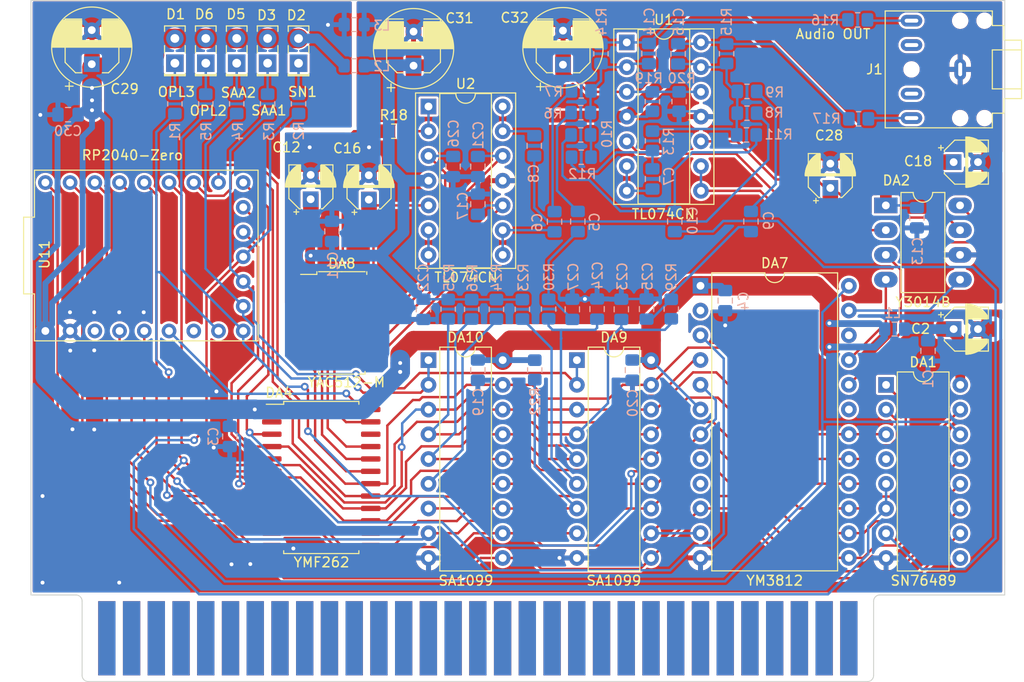
<source format=kicad_pcb>
(kicad_pcb (version 20240108) (generator "pcbnew") (generator_version "8.0")
  (layers (0 "F.Cu" signal) (31 "B.Cu" signal) (34 "B.Paste" user) (35 "F.Paste" user) (36 "B.SilkS" user "B.Silkscreen") (37 "F.SilkS" user "F.Silkscreen") (38 "B.Mask" user) (39 "F.Mask" user) (44 "Edge.Cuts" user))
  (net 0 "")
  (net 1 "GND")
  (net 2 "VDDA")
  (net 3 "/OutSAA1099_R")
  (net 4 "/Out_OPL3_R")
  (net 5 "Net-(C5-Pad2)")
  (net 6 "Net-(C6-Pad2)")
  (net 7 "/Out_OPL3_L")
  (net 8 "Net-(C7-Pad2)")
  (net 9 "/OutSAA1099_L")
  (net 10 "Net-(C8-Pad2)")
  (net 11 "/OutSN1")
  (net 12 "Net-(C9-Pad2)")
  (net 13 "+5v")
  (net 14 "Net-(C14-Pad1)")
  (net 15 "Net-(C14-Pad2)")
  (net 16 "Net-(C15-Pad1)")
  (net 17 "Net-(C15-Pad2)")
  (net 18 "Net-(C17-Pad1)")
  (net 19 "Net-(C23-Pad1)")
  (net 20 "Net-(C24-Pad1)")
  (net 21 "/ref")
  (net 22 "Net-(D1-Pad1)")
  (net 23 "Net-(D2-Pad1)")
  (net 24 "Net-(D3-Pad1)")
  (net 25 "/DA2")
  (net 26 "/DA1")
  (net 27 "/DA0")
  (net 28 "/~{CS_SN1}")
  (net 29 "/DA7")
  (net 30 "/DA6")
  (net 31 "/DA5")
  (net 32 "/DA4")
  (net 33 "/DA3")
  (net 34 "Net-(D5-Pad1)")
  (net 35 "Net-(D6-Pad1)")
  (net 36 "Net-(DA2-Pad3)")
  (net 37 "/~{IC}")
  (net 38 "/A0")
  (net 39 "Net-(DA2-Pad4)")
  (net 40 "Net-(DA2-Pad5)")
  (net 41 "Net-(DA4-Pad19)")
  (net 42 "/~{CS_SAA1}")
  (net 43 "Net-(DA4-Pad20)")
  (net 44 "/~{DTACK}")
  (net 45 "Net-(C1-Pad2)")
  (net 46 "/~{CS_SAA2}")
  (net 47 "Net-(DA4-Pad21)")
  (net 48 "/clk7.159")
  (net 49 "/Out_L")
  (net 50 "/Out_R")
  (net 51 "/A1")
  (net 52 "/Out_OPL2")
  (net 53 "Net-(C10-Pad2)")
  (net 54 "Net-(DA4-Pad23)")
  (net 56 "GNDA")
  (net 57 "Net-(C16-Pad1)")
  (net 58 "Net-(C21-Pad1)")
  (net 59 "Net-(C26-Pad1)")
  (net 60 "Net-(C28-Pad1)")
  (net 61 "/~{OPL3}")
  (net 62 "Net-(DA8-Pad12)")
  (net 63 "Net-(DA8-Pad14)")
  (net 64 "Net-(DA9-Pad6)")
  (net 65 "Net-(DA10-Pad6)")
  (net 66 "/clk_14")
  (net 67 "/~{OPL2}")
  (net 68 "/clk_3.5")
  (net 71 "Net-(DA2-Pad2)")
  (net 72 "Net-(DA2-Pad8)")
  (net 73 "Net-(J1-PadR)")
  (net 74 "Net-(J1-PadT)")
  (net 75 "Net-(R18-Pad2)")
  (footprint "LED_THT:LED_Rectangular_W5.0mm_H2.0mm" (layer "F.Cu") (at 114.3 91.44 90)
    (property "Reference" "D3")
    (property "Value" "SAA1")
  )
  (footprint "Capacitor_SMD:CP_Elec_4x5.4" (layer "F.Cu") (at 186.055 118.745)
    (property "Reference" "C2")
    (property "Value" "10.0")
  )
  (footprint "Capacitor_SMD:CP_Elec_4x5.4" (layer "F.Cu") (at 186.055 101.6)
    (property "Reference" "C18")
    (property "Value" "10.0")
  )
  (footprint "Capacitor_THT:CP_Radial_D8.0mm_P3.50mm" (layer "F.Cu") (at 144.6276 91.594051 90)
    (property "Reference" "REF**" (hide yes))
    (property "Value" "CP_Radial_D8.0mm_P3.50mm" (hide yes))
  )
  (footprint "Capacitor_SMD:CP_Elec_5x5.4" (layer "F.Cu") (at 144.6464 89.662 90)
    (property "Reference" "C32")
    (property "Value" "47.0")
  )
  (footprint "Package_DIP:DIP-24_W15.24mm" (layer "F.Cu") (at 158.75 114.3)
    (property "Reference" "DA7")
    (property "Value" "YM3812")
  )
  (footprint "Capacitor_THT:CP_Radial_D8.0mm_P3.50mm" (layer "F.Cu") (at 129.286 91.695651 90)
    (property "Reference" "REF**" (hide yes))
    (property "Value" "CP_Radial_D8.0mm_P3.50mm" (hide yes))
  )
  (footprint "Capacitor_THT:CP_Radial_D5.0mm_P2.50mm" (layer "F.Cu") (at 184.7488 101.6)
    (property "Reference" "REF**" (hide yes))
    (property "Value" "CP_Radial_D5.0mm_P2.50mm" (hide yes))
  )
  (footprint "Package_DIP:DIP-8_W7.62mm_LongPads" (layer "F.Cu") (at 177.785 106.045)
    (property "Reference" "DA2")
    (property "Value" "Y3014B")
  )
  (footprint "Capacitor_THT:CP_Radial_D5.0mm_P2.50mm" (layer "F.Cu") (at 118.7196 105.41 90)
    (property "Reference" "REF**" (hide yes))
    (property "Value" "CP_Radial_D5.0mm_P2.50mm" (hide yes))
  )
  (footprint "LED_THT:LED_Rectangular_W5.0mm_H2.0mm" (layer "F.Cu") (at 111.125 91.44 90)
    (property "Reference" "D5")
    (property "Value" "SAA2")
  )
  (footprint "Capacitor_SMD:CP_Elec_5x5.4" (layer "F.Cu") (at 96.266 89.662 90)
    (property "Reference" "C29")
    (property "Value" "100.0")
  )
  (footprint "Connector_Audio:Jack_3.5mm_CUI_SJ1-3525N_Horizontal" (layer "F.Cu") (at 185.42 92.075 90)
    (property "Reference" "J1")
    (property "Value" "Audio OUT")
  )
  (footprint "Package_DIP:DIP-18_W7.62mm" (layer "F.Cu") (at 130.82 121.93)
    (property "Reference" "DA10")
    (property "Value" "SA1099")
  )
  (footprint "Package_DIP:DIP-16_W7.62mm" (layer "F.Cu") (at 177.81 124.475)
    (property "Reference" "DA1")
    (property "Value" "SN76489")
  )
  (footprint "Capacitor_SMD:CP_Elec_4x5.4" (layer "F.Cu") (at 172.085 102.975 90)
    (property "Reference" "C28")
    (property "Value" "10.0")
  )
  (footprint "Capacitor_SMD:CP_Elec_4x5.4" (layer "F.Cu") (at 118.745 104.14 90)
    (property "Reference" "C12")
    (property "Value" "10.0")
  )
  (footprint "Package_SO:SOIC-16_4.55x10.3mm_P1.27mm" (layer "F.Cu") (at 121.92 118.11)
    (property "Reference" "DA8")
    (property "Value" "YAC512-M")
  )
  (footprint "LED_THT:LED_Rectangular_W5.0mm_H2.0mm" (layer "F.Cu") (at 104.775 91.44 90)
    (property "Reference" "D1")
    (property "Value" "OPL3")
  )
  (footprint "Capacitor_SMD:CP_Elec_5x5.4" (layer "F.Cu") (at 129.286 89.662 90)
    (property "Reference" "C31")
    (property "Value" "100.0")
  )
  (footprint "Capacitor_THT:CP_Radial_D5.0mm_P2.50mm" (layer "F.Cu") (at 172.085 104.2524 90)
    (property "Reference" "REF**" (hide yes))
    (property "Value" "CP_Radial_D5.0mm_P2.50mm" (hide yes))
  )
  (footprint "Package_DIP:DIP-14_W7.62mm_Socket" (layer "F.Cu") (at 151.1808 89.3064)
    (property "Reference" "U1")
    (property "Value" "TL074CN")
  )
  (footprint "Capacitor_THT:CP_Radial_D5.0mm_P2.50mm" (layer "F.Cu") (at 184.7488 118.745)
    (property "Reference" "REF**" (hide yes))
    (property "Value" "CP_Radial_D5.0mm_P2.50mm" (hide yes))
  )
  (footprint "Capacitor_SMD:CP_Elec_4x5.4" (layer "F.Cu") (at 124.714 104.14 90)
    (property "Reference" "C16")
    (property "Value" "10.0")
  )
  (footprint "Package_DIP:DIP-18_W7.62mm" (layer "F.Cu") (at 146.06 121.93)
    (property "Reference" "DA9")
    (property "Value" "SA1099")
  )
  (footprint "Capacitor_THT:CP_Radial_D5.0mm_P2.50mm" (layer "F.Cu") (at 124.6886 105.4462 90)
    (property "Reference" "REF**" (hide yes))
    (property "Value" "CP_Radial_D5.0mm_P2.50mm" (hide yes))
  )
  (footprint "LED_THT:LED_Rectangular_W5.0mm_H2.0mm" (layer "F.Cu") (at 117.475 91.445 90)
    (property "Reference" "D2")
    (property "Value" "SN1")
  )
  (footprint "Package_DIP:DIP-14_W7.62mm_Socket" (layer "F.Cu") (at 130.82 95.885)
    (property "Reference" "U2")
    (property "Value" "TL074CN")
  )
  (footprint "Resistor_SMD:R_0805_2012Metric_Pad1.20x1.40mm_HandSolder" (layer "F.Cu") (at 127.254 98.425)
    (property "Reference" "R18")
    (property "Value" "33")
  )
  (footprint "Connector_PCBEdge:BUS_AT" (layer "F.Cu") (at 173.99 150.495)
    (property "Reference" "REF**" (hide yes))
    (property "Value" "BUS_AT")
  )
  (footprint "Capacitor_THT:CP_Radial_D8.0mm_P3.50mm" (layer "F.Cu") (at 96.2406 91.5416 90)
    (property "Reference" "REF**" (hide yes))
    (property "Value" "CP_Radial_D8.0mm_P3.50mm" (hide yes))
  )
  (footprint "LED_THT:LED_Rectangular_W5.0mm_H2.0mm" (layer "F.Cu") (at 107.95 91.44 90)
    (property "Reference" "D6")
    (property "Value" "OPL2")
  )
  (footprint "LIBS:RP2040-Zero" (layer "F.Cu") (at 90.2056 120.2078 90)
    (property "Reference" "U11")
    (property "Value" "RP2040-Zero")
  )
  (footprint "Package_SO:SOP-24_7.5x15.4mm_P1.27mm" (layer "F.Cu") (at 119.81 133.985)
    (property "Reference" "DA4")
    (property "Value" "YMF262")
  )
  (footprint "Capacitor_SMD:C_0805_2012Metric_Pad1.18x1.45mm_HandSolder" (layer "B.Cu") (at 153.2128 116.6876 90)
    (property "Reference" "C25")
    (property "Value" "10nF")
  )
  (footprint "Capacitor_SMD:C_0805_2012Metric_Pad1.18x1.45mm_HandSolder" (layer "B.Cu") (at 143.764 107.7175 90)
    (property "Reference" "C6")
    (property "Value" "2,2uF")
  )
  (footprint "Resistor_SMD:R_0805_2012Metric_Pad1.20x1.40mm_HandSolder" (layer "B.Cu") (at 137.795 116.713 90)
    (property "Reference" "R24")
    (property "Value" "10k")
  )
  (footprint "Resistor_SMD:R_0805_2012Metric_Pad1.20x1.40mm_HandSolder" (layer "B.Cu") (at 140.462 116.713 90)
    (property "Reference" "R23")
    (property "Value" "10k")
  )
  (footprint "Capacitor_SMD:C_0805_2012Metric_Pad1.18x1.45mm_HandSolder" (layer "B.Cu") (at 163.9316 107.696 90)
    (property "Reference" "C9")
    (property "Value" "2,2uF")
  )
  (footprint "Resistor_SMD:R_0805_2012Metric_Pad1.20x1.40mm_HandSolder" (layer "B.Cu") (at 146.4564 98.806)
    (property "Reference" "R10")
    (property "Value" "51k")
  )
  (footprint "Capacitor_SMD:C_0805_2012Metric_Pad1.18x1.45mm_HandSolder" (layer "B.Cu") (at 180.975 107.315 -90)
    (property "Reference" "C13")
    (property "Value" "0.1")
  )
  (footprint "Capacitor_SMD:C_0805_2012Metric_Pad1.18x1.45mm_HandSolder" (layer "B.Cu") (at 156.454 90.4837 90)
    (property "Reference" "C15")
    (property "Value" "100p")
  )
  (footprint "Inductor_SMD:L_0805_2012Metric_Pad1.15x1.40mm_HandSolder" (layer "B.Cu") (at 178.689 118.745)
    (property "Reference" "L1")
    (property "Value" "10uH")
  )
  (footprint "Capacitor_SMD:C_0805_2012Metric_Pad1.18x1.45mm_HandSolder" (layer "B.Cu") (at 151.765 122.9575 90)
    (property "Reference" "C20")
    (property "Value" "0.1")
  )
  (footprint "Resistor_SMD:R_0805_2012Metric_Pad1.20x1.40mm_HandSolder" (layer "B.Cu") (at 153.8224 99.4156 -90)
    (property "Reference" "R13")
    (property "Value" "22k")
  )
  (footprint "Resistor_SMD:R_0805_2012Metric_Pad1.20x1.40mm_HandSolder" (layer "B.Cu") (at 148.5292 90.4704 -90)
    (property "Reference" "R14")
    (property "Value" "51k")
  )
  (footprint "Resistor_SMD:R_0805_2012Metric_Pad1.20x1.40mm_HandSolder" (layer "B.Cu") (at 111.125 95.615 -90)
    (property "Reference" "R4")
    (property "Value" "300")
  )
  (footprint "Resistor_SMD:R_0805_2012Metric_Pad1.20x1.40mm_HandSolder" (layer "B.Cu") (at 156.5556 95.382 -90)
    (property "Reference" "R20")
    (property "Value" "10k")
  )
  (footprint "Capacitor_SMD:C_0805_2012Metric_Pad1.18x1.45mm_HandSolder" (layer "B.Cu") (at 120.904 108.712 90)
    (property "Reference" "C11")
    (property "Value" "0.1")
  )
  (footprint "Capacitor_SMD:C_0805_2012Metric_Pad1.18x1.45mm_HandSolder" (layer "B.Cu") (at 153.4568 90.4544 90)
    (property "Reference" "C14")
    (property "Value" "100p")
  )
  (footprint "Resistor_SMD:R_0805_2012Metric_Pad1.20x1.40mm_HandSolder" (layer "B.Cu") (at 114.3 95.615 -90)
    (property "Reference" "R3")
    (property "Value" "300")
  )
  (footprint "Inductor_SMD:L_0805_2012Metric_Pad1.15x1.40mm_HandSolder" (layer "B.Cu") (at 123.19 87.4776)
    (property "Reference" "L3")
    (property "Value" "10uH")
  )
  (footprint "Resistor_SMD:R_0805_2012Metric_Pad1.20x1.40mm_HandSolder" (layer "B.Cu") (at 146.5072 101.092)
    (property "Reference" "R12")
    (property "Value" "22k")
  )
  (footprint "Resistor_SMD:R_0805_2012Metric_Pad1.20x1.40mm_HandSolder" (layer "B.Cu") (at 141.732 122.936 90)
    (property "Reference" "R22")
    (property "Value" "10k")
  )
  (footprint "Capacitor_SMD:C_0805_2012Metric_Pad1.18x1.45mm_HandSolder" (layer "B.Cu") (at 153.8224 103.3272 90)
    (property "Reference" "C7")
    (property "Value" "2,2uF")
  )
  (footprint "Resistor_SMD:R_0805_2012Metric_Pad1.20x1.40mm_HandSolder" (layer "B.Cu") (at 146.5072 94.2848 180)
    (property "Reference" "R7")
    (property "Value" "22k")
  )
  (footprint "Resistor_SMD:R_0805_2012Metric_Pad1.20x1.40mm_HandSolder" (layer "B.Cu") (at 146.4564 96.52 180)
    (property "Reference" "R6")
    (property "Value" "100k")
  )
  (footprint "Capacitor_SMD:C_0805_2012Metric_Pad1.18x1.45mm_HandSolder" (layer "B.Cu") (at 141.6812 99.9236 -90)
    (property "Reference" "C8")
    (property "Value" "2,2uF")
  )
  (footprint "Resistor_SMD:R_0805_2012Metric_Pad1.20x1.40mm_HandSolder" (layer "B.Cu") (at 163.5252 96.5708)
    (property "Reference" "R8")
    (property "Value" "22k")
  )
  (footprint "Resistor_SMD:R_0805_2012Metric_Pad1.20x1.40mm_HandSolder" (layer "B.Cu") (at 163.4744 98.806 180)
    (property "Reference" "R11")
    (property "Value" "51k")
  )
  (footprint "Capacitor_SMD:C_0805_2012Metric_Pad1.18x1.45mm_HandSolder" (layer "B.Cu") (at 130.302 116.713 90)
    (property "Reference" "C22")
    (property "Value" "0.1")
  )
  (footprint "Capacitor_SMD:C_0805_2012Metric_Pad1.18x1.45mm_HandSolder" (layer "B.Cu") (at 145.5928 116.713 90)
    (property "Reference" "C27")
    (property "Value" "10nF")
  )
  (footprint "Resistor_SMD:R_0805_2012Metric_Pad1.20x1.40mm_HandSolder" (layer "B.Cu") (at 135.255 116.713 90)
    (property "Reference" "R26")
    (property "Value" "1k")
  )
  (footprint "Capacitor_SMD:C_0805_2012Metric_Pad1.18x1.45mm_HandSolder" (layer "B.Cu") (at 135.89 122.9575 90)
    (property "Reference" "C19")
    (property "Value" "0.1")
  )
  (footprint "Capacitor_SMD:C_0805_2012Metric_Pad1.18x1.45mm_HandSolder" (layer "B.Cu") (at 133.35 102.0572 -90)
    (property "Reference" "C26")
    (property "Value" "68pF")
  )
  (footprint "Resistor_SMD:R_0805_2012Metric_Pad1.20x1.40mm_HandSolder" (layer "B.Cu") (at 153.8124 95.382 -90)
    (property "Reference" "R19")
    (property "Value" "10k")
  )
  (footprint "Resistor_SMD:R_0805_2012Metric_Pad1.20x1.40mm_HandSolder" (layer "B.Cu") (at 104.775 95.615 -90)
    (property "Reference" "R1")
    (property "Value" "300")
  )
  (footprint "Resistor_SMD:R_0805_2012Metric_Pad1.20x1.40mm_HandSolder" (layer "B.Cu") (at 174.895 86.995 180)
    (property "Reference" "R16")
    (property "Value" "1k")
  )
  (footprint "Capacitor_SMD:C_0805_2012Metric_Pad1.18x1.45mm_HandSolder" (layer "B.Cu") (at 146.1516 107.696 90)
    (property "Reference" "C5")
    (property "Value" "2,2uF")
  )
  (footprint "Capacitor_SMD:C_0805_2012Metric_Pad1.18x1.45mm_HandSolder" (layer "B.Cu") (at 135.89 105.918 90)
    (property "Reference" "C17")
    (property "Value" "2.7nF")
  )
  (footprint "Capacitor_SMD:C_0805_2012Metric_Pad1.18x1.45mm_HandSolder" (layer "B.Cu") (at 110.4138 129.7686 -90)
    (property "Reference" "C3")
    (property "Value" "0.1")
  )
  (footprint "Capacitor_SMD:C_0805_2012Metric_Pad1.18x1.45mm_HandSolder" (layer "B.Cu") (at 148.1328 116.6876 90)
    (property "Reference" "C24")
    (property "Value" "10nF")
  )
  (footprint "Capacitor_SMD:C_0805_2012Metric_Pad1.18x1.45mm_HandSolder" (layer "B.Cu") (at 150.622 116.713 90)
    (property "Reference" "C23")
    (property "Value" "10nF")
  )
  (footprint "Resistor_SMD:R_0805_2012Metric_Pad1.20x1.40mm_HandSolder" (layer "B.Cu") (at 174.99 97.155 180)
    (property "Reference" "R17")
    (property "Value" "1k")
  )
  (footprint "Resistor_SMD:R_0805_2012Metric_Pad1.20x1.40mm_HandSolder" (layer "B.Cu") (at 117.475 95.615 -90)
    (property "Reference" "R2")
    (property "Value" "300")
  )
  (footprint "Resistor_SMD:R_0805_2012Metric_Pad1.20x1.40mm_HandSolder" (layer "B.Cu") (at 143.1544 116.6876 -90)
    (property "Reference" "R30")
    (property "Value" "1k")
  )
  (footprint "Resistor_SMD:R_0805_2012Metric_Pad1.20x1.40mm_HandSolder" (layer "B.Cu") (at 161.4324 90.4704 -90)
    (property "Reference" "R15")
    (property "Value" "51k")
  )
  (footprint "Capacitor_SMD:C_0805_2012Metric_Pad1.18x1.45mm_HandSolder" (layer "B.Cu") (at 182.118 120.9802 90)
    (property "Reference" "C1")
    (property "Value" "0.1")
  )
  (footprint "Inductor_SMD:L_0805_2012Metric_Pad1.15x1.40mm_HandSolder" (layer "B.Cu") (at 123.19 91.694)
    (property "Reference" "L2")
    (property "Value" "10uH")
  )
  (footprint "Capacitor_SMD:C_0805_2012Metric_Pad1.18x1.45mm_HandSolder" (layer "B.Cu") (at 156.1084 107.696 90)
    (property "Reference" "C10")
    (property "Value" "2,2uF")
  )
  (footprint "Resistor_SMD:R_0805_2012Metric_Pad1.20x1.40mm_HandSolder" (layer "B.Cu") (at 163.5252 94.3356)
    (property "Reference" "R9")
    (property "Value" "100k")
  )
  (footprint "Resistor_SMD:R_0805_2012Metric_Pad1.20x1.40mm_HandSolder" (layer "B.Cu") (at 155.7528 116.6876 -90)
    (property "Reference" "R29")
    (property "Value" "1k")
  )
  (footprint "Capacitor_SMD:C_0805_2012Metric_Pad1.18x1.45mm_HandSolder" (layer "B.Cu") (at 161.29 115.824 -90)
    (property "Reference" "C4")
    (property "Value" "0.1")
  )
  (footprint "Capacitor_SMD:C_0805_2012Metric_Pad1.18x1.45mm_HandSolder" (layer "B.Cu") (at 93.8061 96.7232 180)
    (property "Reference" "C30")
    (property "Value" "0.1")
  )
  (footprint "Resistor_SMD:R_0805_2012Metric_Pad1.20x1.40mm_HandSolder" (layer "B.Cu") (at 107.95 95.615 -90)
    (property "Reference" "R5")
    (property "Value" "300")
  )
  (footprint "Capacitor_SMD:C_0805_2012Metric_Pad1.18x1.45mm_HandSolder" (layer "B.Cu") (at 135.89 102.0572 -90)
    (property "Reference" "C21")
    (property "Value" "2.7nF")
  )
  (footprint "Resistor_SMD:R_0805_2012Metric_Pad1.20x1.40mm_HandSolder" (layer "B.Cu") (at 132.842 116.697 90)
    (property "Reference" "R25")
    (property "Value" "1k")
  )
  (gr_line (start 95.25 146.685) (end 95.25 154.305) (stroke (width 0.1)) (layer "Edge.Cuts"))
  (gr_arc (start 176.53 146.685) (mid 176.715987 146.235987) (end 177.165 146.05) (stroke (width 0.1)) (layer "Edge.Cuts"))
  (gr_line (start 176.53 146.685) (end 176.53 154.305) (stroke (width 0.1)) (layer "Edge.Cuts"))
  (gr_line (start 175.895 154.94) (end 95.885 154.94) (stroke (width 0.1)) (layer "Edge.Cuts"))
  (gr_arc (start 95.885 154.94) (mid 95.435987 154.754013) (end 95.25 154.305) (stroke (width 0.1)) (layer "Edge.Cuts"))
  (gr_line (start 90 146.05) (end 94.615 146.05) (stroke (width 0.1)) (layer "Edge.Cuts"))
  (gr_line (start 90 85) (end 190 85) (stroke (width 0.1)) (layer "Edge.Cuts"))
  (gr_arc (start 176.53 154.305) (mid 176.344013 154.754013) (end 175.895 154.94) (stroke (width 0.1)) (layer "Edge.Cuts"))
  (gr_line (start 189.992 146.05) (end 177.165 146.05) (stroke (width 0.1)) (layer "Edge.Cuts"))
  (gr_line (start 90 85) (end 90 146.05) (stroke (width 0.1)) (layer "Edge.Cuts"))
  (gr_arc (start 94.615 146.05) (mid 95.064013 146.235987) (end 95.25 146.685) (stroke (width 0.1)) (layer "Edge.Cuts"))
  (gr_line (start 190 85) (end 189.992 146.05) (stroke (width 0.1)) (layer "Edge.Cuts"))
  (gr_text "YMF262" (at 119.8372 142.6972 0) (layer "F.SilkS") (effects (font (size 1 1))))
  (gr_text "SN1" (at 117.8814 94.3864 0) (layer "F.SilkS") (effects (font (size 1 1))))
  (gr_text "Y3014B" (at 181.61 115.9764 0) (layer "F.SilkS") (effects (font (size 1 1))))
  (gr_text "RP2040-Zero" (at 100.4062 100.8888 0) (layer "F.SilkS") (effects (font (size 1 1))))
  (gr_text "TL074CN" (at 134.6708 113.4364 0) (layer "F.SilkS") (effects (font (size 1 1))))
  (gr_text "SA1099" (at 134.6708 144.5768 0) (layer "F.SilkS") (effects (font (size 1 1))))
  (gr_text "YAC512-M" (at 122.3772 124.206 0) (layer "F.SilkS") (effects (font (size 1 1))))
  (gr_text "Audio OUT" (at 172.3644 88.4428 0) (layer "F.SilkS") (effects (font (size 1 1))))
  (gr_text "SA1099" (at 149.86 144.5768 0) (layer "F.SilkS") (effects (font (size 1 1))))
  (gr_text "OPL2" (at 108.204 96.3168 0) (layer "F.SilkS") (effects (font (size 1 1))))
  (gr_text "YM3812" (at 166.37 144.5768 0) (layer "F.SilkS") (effects (font (size 1 1))))
  (gr_text "SAA1" (at 114.427 96.2914 0) (layer "F.SilkS") (effects (font (size 1 1))))
  (gr_text "SAA2" (at 111.3028 94.4626 0) (layer "F.SilkS") (effects (font (size 1 1))))
  (gr_text "OPL3" (at 104.9274 94.3864 0) (layer "F.SilkS") (effects (font (size 1 1))))
  (gr_text "TL074CN" (at 154.94 106.934 0) (layer "F.SilkS") (effects (font (size 1 1))))
  (gr_text "SN76489" (at 181.6608 144.5768 0) (layer "F.SilkS") (effects (font (size 1 1))))
  (segment (start 114.73 140.97) (end 116.6368 140.97) (width 0.25) (layer "F.Cu") (net 1))
  (segment (start 96.266 87.462) (end 95.5392 87.462) (width 0.25) (layer "F.Cu") (net 1))
  (segment (start 95.5392 87.462) (end 95.504 87.4268) (width 0.25) (layer "F.Cu") (net 1))
  (segment (start 116.6368 140.97) (end 116.9416 141.2748) (width 0.25) (layer "F.Cu") (net 1))
  (via (at 96.4946 120.9294) (size 0.8) (drill 0.4) (layers "F.Cu" "B.Cu") (net 1))
  (via (at 91.186 144.78) (size 0.8) (drill 0.4) (layers "F.Cu" "B.Cu") (net 1))
  (via (at 94.2594 129.032) (size 0.8) (drill 0.4) (layers "F.Cu" "B.Cu") (net 1))
  (via (at 94.0308 120.9548) (size 0.8) (drill 0.4) (layers "F.Cu" "B.Cu") (net 1))
  (via (at 112.522 142.875) (size 0.8) (drill 0.4) (layers "F.Cu" "B.Cu") (net 1))
  (via (at 109.0422 125.1458) (size 0.8) (drill 0.4) (layers "F.Cu" "B.Cu") (net 1))
  (via (at 161.29 118.364) (size 0.8) (drill 0.4) (layers "F.Cu" "B.Cu") (net 1))
  (via (at 99.06 117.0178) (size 0.8) (drill 0.4) (layers "F.Cu" "B.Cu") (net 1))
  (via (at 94.0054 117.0178) (size 0.8) (drill 0.4) (layers "F.Cu" "B.Cu") (net 1))
  (via (at 116.9416 141.2748) (size 0.8) (drill 0.4) (layers "F.Cu" "B.Cu") (net 1))
  (via (at 120.4976 87.503) (size 0.8) (drill 0.4) (layers "F.Cu" "B.Cu") (net 1))
  (via (at 96.4946 117.0178) (size 0.8) (drill 0.4) (layers "F.Cu" "B.Cu") (net 1))
  (via (at 99.06 144.78) (size 0.8) (drill 0.4) (layers "F.Cu" "B.Cu") (net 1))
  (via (at 108.7628 130.9116) (size 0.8) (drill 0.4) (layers "F.Cu" "B.Cu") (net 1))
  (via (at 144.272 142.24) (size 0.8) (drill 0.4) (layers "F.Cu" "B.Cu") (net 1))
  (via (at 90.9574 96.7486) (size 0.8) (drill 0.4) (layers "F.Cu" "B.Cu") (net 1))
  (via (at 91.186 135.89) (size 0.8) (drill 0.4) (layers "F.Cu" "B.Cu") (net 1))
  (via (at 96.4946 129.0574) (size 0.8) (drill 0.4) (layers "F.Cu" "B.Cu") (net 1))
  (via (at 110.5916 142.9004) (size 0.8) (drill 0.4) (layers "F.Cu" "B.Cu") (net 1))
  (via (at 101.5746 117.0178) (size 0.8) (drill 0.4) (layers "F.Cu" "B.Cu") (net 1))
  (segment (start 119.8372 116.205) (end 120.3198 115.7224) (width 0.25) (layer "F.Cu") (net 2))
  (segment (start 116.586 116.3828) (end 116.7638 116.205) (width 0.25) (layer "F.Cu") (net 2))
  (segment (start 116.7638 116.205) (end 118.67 116.205) (width 0.25) (layer "F.Cu") (net 2))
  (segment (start 154.7876 93.3196) (end 154.7876 90.3732) (width 1.2) (layer "F.Cu") (net 2))
  (segment (start 118.67 113.284) (end 118.67 106.015) (width 1) (layer "F.Cu") (net 2))
  (segment (start 118.67 120.015) (end 116.6114 120.015) (width 0.25) (layer "F.Cu") (net 2))
  (segment (start 177.785 101.6358) (end 177.785 106.045) (width 1.2) (layer "F.Cu") (net 2))
  (segment (start 118.67 116.205) (end 119.8372 116.205) (width 0.25) (layer "F.Cu") (net 2))
  (segment (start 125.17 122.555) (end 124.2822 122.555) (width 0.25) (layer "F.Cu") (net 2))
  (segment (start 154.7876 90.3732) (end 158.1912 86.9696) (width 1.2) (layer "F.Cu") (net 2))
  (segment (start 177.6834 101.6358) (end 177.785 101.6358) (width 1.2) (layer "F.Cu") (net 2))
  (segment (start 120.3198 114.2746) (end 119.7102 113.665) (width 0.25) (layer "F.Cu") (net 2))
  (segment (start 163.0172 86.9696) (end 177.6834 101.6358) (width 1.2) (layer "F.Cu") (net 2))
  (segment (start 119.7102 113.665) (end 118.67 113.665) (width 0.25) (layer "F.Cu") (net 2))
  (segment (start 122.0906 120.3634) (end 122.0906 118.3822) (width 0.25) (layer "F.Cu") (net 2))
  (segment (start 116.6114 120.015) (end 116.586 119.9896) (width 0.25) (layer "F.Cu") (net 2))
  (segment (start 122.0906 118.3822) (end 119.9134 116.205) (width 0.25) (layer "F.Cu") (net 2))
  (segment (start 116.586 119.9896) (end 116.586 116.3828) (width 0.25) (layer "F.Cu") (net 2))
  (segment (start 158.1912 86.9696) (end 163.0172 86.9696) (width 1.2) (layer "F.Cu") (net 2))
  (segment (start 142.4432 96.9264) (end 151.1808 96.9264) (width 1.2) (layer "F.Cu") (net 2))
  (segment (start 119.9134 116.205) (end 118.67 116.205) (width 0.25) (layer "F.Cu") (net 2))
  (segment (start 179.8828 101.6) (end 184.255 101.6) (width 0.25) (layer "F.Cu") (net 2))
  (segment (start 120.3198 115.7224) (end 120.3198 114.2746) (width 0.25) (layer "F.Cu") (net 2))
  (segment (start 124.2822 122.555) (end 122.0906 120.3634) (width 0.25) (layer "F.Cu") (net 2))
  (segment (start 184.255 101.6) (end 177.8208 101.6) (width 1.2) (layer "F.Cu") (net 2))
  (segment (start 118.67 106.015) (end 118.745 105.94) (width 0.25) (layer "F.Cu") (net 2))
  (segment (start 129.3876 91.6432) (end 137.16 91.6432) (width 1.2) (layer "F.Cu") (net 2))
  (segment (start 137.16 91.6432) (end 142.4432 96.9264) (width 1.2) (layer "F.Cu") (net 2))
  (segment (start 177.8208 101.6) (end 177.785 101.6358) (width 1.2) (layer "F.Cu") (net 2))
  (segment (start 151.1808 96.9264) (end 154.7876 93.3196) (width 1.2) (layer "F.Cu") (net 2))
  (segment (start 177.785 106.045) (end 177.785 103.6978) (width 0.25) (layer "F.Cu") (net 2))
  (via (at 118.7196 111.2012) (size 0.8) (drill 0.4) (layers "F.Cu" "B.Cu") (net 2))
  (segment (start 153.268 96.9264) (end 151.1808 96.9264) (width 0.25) (layer "B.Cu") (net 2))
  (segment (start 130.302 115.6755) (end 129.56345 114.93695) (width 0.4) (layer "B.Cu") (net 2))
  (segment (start 132.842 115.697) (end 135.239 115.697) (width 0.25) (layer "B.Cu") (net 2))
  (segment (start 126.746 91.694) (end 126.7968 91.6432) (width 1.2) (layer "B.Cu") (net 2))
  (segment (start 135.239 115.697) (end 135.255 115.713) (width 0.25) (layer "B.Cu") (net 2))
  (segment (start 137.795 115.713) (end 140.462 115.713) (width 0.25) (layer "B.Cu") (net 2))
  (segment (start 153.8124 96.382) (end 153.268 96.9264) (width 0.25) (layer "B.Cu") (net 2))
  (segment (start 126.746 102.0064) (end 126.746 91.694) (width 1.2) (layer "B.Cu") (net 2))
  (segment (start 135.255 115.713) (end 137.795 115.713) (width 0.25) (layer "B.Cu") (net 2))
  (segment (start 128.2446 103.505) (end 126.746 102.0064) (width 1.2) (layer "B.Cu") (net 2))
  (segment (start 126.7968 91.6432) (end 129.3876 91.6432) (width 1.2) (layer "B.Cu") (net 2))
  (segment (start 120.8532 111.2012) (end 118.7196 111.2012) (width 1.2) (layer "B.Cu") (net 2))
  (segment (start 130.302 115.6755) (end 132.8205 115.6755) (width 0.25) (layer "B.Cu") (net 2))
  (segment (start 125.8277 111.2012) (end 129.56345 114.93695) (width 1.2) (layer "B.Cu") (net 2))
  (segment (start 126.746 91.694) (end 124.215 91.694) (width 1.2) (layer "B.Cu") (net 2))
  (segment (start 125.8277 111.2012) (end 120.8532 111.2012) (width 1.2) (layer "B.Cu") (net 2))
  (segment (start 180.7425 106.045) (end 180.975 106.2775) (width 0.25) (layer "B.Cu") (net 2))
  (segment (start 132.8205 115.6755) (end 132.842 115.697) (width 0.25) (layer "B.Cu") (net 2))
  (segment (start 128.2446 108.7843) (end 125.8277 111.2012) (width 1.2) (layer "B.Cu") (net 2))
  (segment (start 177.785 106.045) (end 180.7425 106.045) (width 0.25) (layer "B.Cu") (net 2))
  (segment (start 120.904 111.1504) (end 120.8532 111.2012) (width 0.25) (layer "B.Cu") (net 2))
  (segment (start 128.2446 103.505) (end 128.2446 108.7843) (width 1.2) (layer "B.Cu") (net 2))
  (segment (start 130.82 103.505) (end 128.2446 103.505) (width 1.2) (layer "B.Cu") (net 2))
  (segment (start 120.904 109.7495) (end 120.904 111.1504) (width 0.6) (layer "B.Cu") (net 2))
  (segment (start 153.7153 117.7251) (end 155.7528 115.6876) (width 0.25) (layer "B.Cu") (net 3))
  (segment (start 153.2128 117.7251) (end 153.7153 117.7251) (width 0.25) (layer "B.Cu") (net 3))
  (segment (start 162.66619 108.2763) (end 164.1348 108.2763) (width 0.25) (layer "B.Cu") (net 3))
  (segment (start 155.7528 115.18969) (end 162.66619 108.2763) (width 0.25) (layer "B.Cu") (net 3))
  (segment (start 155.7528 115.6876) (end 155.7528 115.18969) (width 0.25) (layer "B.Cu") (net 3))
  (segment (start 138.44 95.885) (end 138.44 98.425) (width 0.25) (layer "B.Cu") (net 4))
  (segment (start 141.2201 98.425) (end 141.6812 98.8861) (width 0.25) (layer "B.Cu") (net 4))
  (segment (start 138.44 98.425) (end 141.2201 98.425) (width 0.25) (layer "B.Cu") (net 4))
  (segment (start 144.018 104.5249) (end 146.1516 106.6585) (width 0.25) (layer "B.Cu") (net 5))
  (segment (start 144.018 97.9584) (end 144.018 104.5249) (width 0.25) (layer "B.Cu") (net 5))
  (segment (start 145.4564 96.52) (end 144.018 97.9584) (width 0.25) (layer "B.Cu") (net 5))
  (segment (start 143.764 106.68) (end 143.568499 106.484499) (width 0.25) (layer "B.Cu") (net 6))
  (segment (start 143.568499 96.223501) (end 145.5072 94.2848) (width 0.25) (layer "B.Cu") (net 6))
  (segment (start 143.568499 106.484499) (end 143.568499 96.223501) (width 0.25) (layer "B.Cu") (net 6))
  (segment (start 138.44 108.585) (end 138.44 111.125) (width 0.25) (layer "B.Cu") (net 7))
  (segment (start 143.594 108.585) (end 143.764 108.755) (width 0.25) (layer "B.Cu") (net 7))
  (segment (start 138.44 108.585) (end 143.594 108.585) (width 0.25) (layer "B.Cu") (net 7))
  (segment (start 153.8224 100.4156) (end 153.6466 100.5914) (width 0.25) (layer "B.Cu") (net 8))
  (segment (start 153.6466 100.5914) (end 150.1066 100.5914) (width 0.25) (layer "B.Cu") (net 8))
  (segment (start 146.2024 102.5652) (end 145.5072 101.87) (width 0.25) (layer "B.Cu") (net 8))
  (segment (start 145.5072 101.87) (end 145.5072 101.092) (width 0.25) (layer "B.Cu") (net 8))
  (segment (start 153.8224 102.2897) (end 153.8224 100.4156) (width 0.25) (layer "B.Cu") (net 8))
  (segment (start 150.1066 100.5914) (end 148.1328 102.5652) (width 0.25) (layer "B.Cu") (net 8))
  (segment (start 148.1328 102.5652) (end 146.2024 102.5652) (width 0.25) (layer "B.Cu") (net 8))
  (segment (start 143.1544 115.6876) (end 143.5299 115.6876) (width 0.25) (layer "B.Cu") (net 9))
  (segment (start 143.1544 111.7307) (end 146.1516 108.7335) (width 0.25) (layer "B.Cu") (net 9))
  (segment (start 143.1544 115.6876) (end 143.1544 111.7307) (width 0.25) (layer "B.Cu") (net 9))
  (segment (start 143.5299 115.6876) (end 145.5928 117.7505) (width 0.25) (layer "B.Cu") (net 9))
  (segment (start 141.6812 106.2736) (end 143.1036 107.696) (width 0.25) (layer "B.Cu") (net 10))
  (segment (start 141.6812 100.9611) (end 141.6812 106.2736) (width 0.25) (layer "B.Cu") (net 10))
  (segment (start 159.3596 107.696) (end 165.7096 101.346) (width 0.25) (layer "B.Cu") (net 10))
  (segment (start 165.7096 101.346) (end 165.7096 97.7552) (width 0.25) (layer "B.Cu") (net 10))
  (segment (start 165.7096 97.7552) (end 164.5252 96.5708) (width 0.25) (layer "B.Cu") (net 10))
  (segment (start 143.1036 107.696) (end 159.3596 107.696) (width 0.25) (layer "B.Cu") (net 10))
  (segment (start 156.316263 108.712) (end 160.02 108.712) (width 0.25) (layer "B.Cu") (net 11))
  (segment (start 166.6748 107.6452) (end 171.3992 112.3696) (width 0.25) (layer "B.Cu") (net 11))
  (segment (start 161.0868 107.6452) (end 166.6748 107.6452) (width 0.25) (layer "B.Cu") (net 11))
  (segment (start 181.475 143.38) (end 177.81 139.715) (width 0.25) (layer "B.Cu") (net 11))
  (segment (start 156.1084 108.7335) (end 156.294763 108.7335) (width 0.25) (layer "B.Cu") (net 11))
  (segment (start 185.895991 143.38) (end 181.475 143.38) (width 0.25) (layer "B.Cu") (net 11))
  (segment (start 189.0522 114.7318) (end 189.0522 140.223791) (width 0.25) (layer "B.Cu") (net 11))
  (segment (start 160.02 108.712) (end 161.0868 107.6452) (width 0.25) (layer "B.Cu") (net 11))
  (segment (start 171.3992 112.3696) (end 186.69 112.3696) (width 0.25) (layer "B.Cu") (net 11))
  (segment (start 186.69 112.3696) (end 189.0522 114.7318) (width 0.25) (layer "B.Cu") (net 11))
  (segment (start 156.294763 108.7335) (end 156.316263 108.712) (width 0.25) (layer "B.Cu") (net 11))
  (segment (start 189.0522 140.223791) (end 185.895991 143.38) (width 0.25) (layer "B.Cu") (net 11))
  (segment (start 166.4716 96.282) (end 164.5252 94.3356) (width 0.25) (layer "B.Cu") (net 12))
  (segment (start 164.1348 106.2013) (end 166.4716 103.8645) (width 0.25) (layer "B.Cu") (net 12))
  (segment (start 166.4716 103.8645) (end 166.4716 96.282) (width 0.25) (layer "B.Cu") (net 12))
  (segment (start 104.775 88.9) (end 107.95 88.9) (width 2) (layer "F.Cu") (net 13))
  (segment (start 129.2948 119.93) (end 127.912001 121.312799) (width 2) (layer "F.Cu") (net 13))
  (segment (start 158.75 114.3) (end 170.5864 114.3) (width 2) (layer "F.Cu") (net 13))
  (segment (start 107.95 88.9) (end 111.125 88.9) (width 2) (layer "F.Cu") (net 13))
  (segment (start 101.432 91.862) (end 102.6668 90.6272) (width 2) (layer "F.Cu") (net 13))
  (segment (start 171.99 115.7036) (end 171.99 120.5804) (width 2) (layer "F.Cu") (net 13))
  (segment (start 138.44 121.93) (end 136.44 119.93) (width 2) (layer "F.Cu") (net 13))
  (segment (start 136.44 119.93) (end 129.2948 119.93) (width 2) (layer "F.Cu") (net 13))
  (segment (start 96.266 91.862) (end 96.266 95.25) (width 2) (layer "F.Cu") (net 13))
  (segment (start 114.3 88.9) (end 117.47 88.9) (width 2) (layer "F.Cu") (net 13))
  (segment (start 102.6668 89.2556) (end 103.0224 88.9) (width 2) (layer "F.Cu") (net 13))
  (segment (start 102.6668 90.6272) (end 102.675 90.6272) (width 2) (layer "F.Cu") (net 13))
  (segment (start 103.0224 88.9) (end 104.775 88.9) (width 2) (layer "F.Cu") (net 13))
  (segment (start 153.68 118.2524) (end 153.68 121.93) (width 2) (layer "F.Cu") (net 13))
  (segment (start 96.266 91.862) (end 101.432 91.862) (width 2) (layer "F.Cu") (net 13))
  (segment (start 158.75 114.3) (end 157.6324 114.3) (width 2) (layer "F.Cu") (net 13))
  (segment (start 127.912 123.141602) (end 127.912001 122.227201) (width 2) (layer "F.Cu") (net 13))
  (segment (start 127.912001 121.312799) (end 127.912001 122.227201) (width 2) (layer "F.Cu") (net 13))
  (segment (start 170.5864 114.3) (end 171.99 115.7036) (width 2) (layer "F.Cu") (net 13))
  (segment (start 114.73 134.62) (end 111.3536 134.62) (width 0.25) (layer "F.Cu") (net 13))
  (segment (start 171.99 120.5804) (end 172.0596 120.65) (width 2) (layer "F.Cu") (net 13))
  (segment (start 138.44 120.6908) (end 139.2428 119.888) (width 2) (layer "F.Cu") (net 13))
  (segment (start 157.6324 114.3) (end 153.68 118.2524) (width 2) (layer "F.Cu") (net 13))
  (segment (start 139.2428 119.888) (end 153.67 119.888) (width 2) (layer "F.Cu") (net 13))
  (segment (start 114.7085 126.9785) (end 114.73 127) (width 0.25) (layer "F.Cu") (net 13))
  (segment (start 102.675 90.6272) (end 102.675 89.2638) (width 2) (layer "F.Cu") (net 13))
  (segment (start 153.67 119.888) (end 153.67 121.92) (width 0.25) (layer "F.Cu") (net 13))
  (segment (start 96.266 95.25) (end 96.266 96.266) (width 2) (layer "F.Cu") (net 13))
  (segment (start 102.675 89.2638) (end 102.6668 89.2556) (width 2) (layer "F.Cu") (net 13))
  (segment (start 138.44 121.93) (end 138.44 120.6908) (width 2) (layer "F.Cu") (net 13))
  (segment (start 111.125 88.9) (end 114.3 88.9) (width 2) (layer "F.Cu") (net 13))
  (segment (start 153.67 121.92) (end 153.68 121.93) (width 0.25) (layer "F.Cu") (net 13))
  (segment (start 117.47 88.9) (end 117.475 88.905) (width 2) (layer "F.Cu") (net 13))
  (segment (start 114.73 127) (end 112.9792 127) (width 0.4) (layer "F.Cu") (net 13))
  (via (at 96.266 95.25) (size 0.8) (drill 0.4) (layers "F.Cu" "B.Cu") (net 13))
  (via (at 171.99 118.142) (size 0.8) (drill 0.4) (layers "F.Cu" "B.Cu") (net 13))
  (via (at 127.912 123.1416) (size 0.8) (drill 0.4) (layers "F.Cu" "B.Cu") (net 13))
  (via (at 127.912001 122.227201) (size 0.8) (drill 0.4) (layers "F.Cu" "B.Cu") (net 13))
  (via (at 96.266 93.98) (size 0.8) (drill 0.4) (layers "F.Cu" "B.Cu") (net 13))
  (via (at 127.912 123.141602) (size 0.8) (drill 0.4) (layers "F.Cu" "B.Cu") (net 13))
  (via (at 112.9792 127) (size 0.8) (drill 0.4) (layers "F.Cu" "B.Cu") (net 13))
  (via (at 171.99 120.5804) (size 0.8) (drill 0.4) (layers "F.Cu" "B.Cu") (net 13))
  (via (at 111.3536 134.62) (size 0.8) (drill 0.4) (layers "F.Cu" "B.Cu") (net 13))
  (via (at 96.266 96.266) (size 0.8) (drill 0.4) (layers "F.Cu" "B.Cu") (net 13))
  (segment (start 111.3536 134.62) (end 111.4638 134.5098) (width 0.25) (layer "B.Cu") (net 13))
  (segment (start 92.7256 110.0934) (end 92.7256 98.8412) (width 0.6) (layer "B.Cu") (net 13))
  (segment (start 177.664 119.5668) (end 176.6508 120.58) (width 0.7) (layer "B.Cu") (net 13))
  (segment (start 90.805 118.2672) (end 90.805 112.014) (width 0.6) (layer "B.Cu") (net 13))
  (segment (start 141.726 121.93) (end 138.44 121.93) (width 0.6) (layer "B.Cu") (net 13))
  (segment (start 111.4638 129.7811) (end 110.4138 128.7311) (width 0.25) (layer "B.Cu") (net 13))
  (segment (start 92.1766 116.0526) (end 97.8456 110.3836) (width 0.6) (layer "B.Cu") (net 13))
  (segment (start 177.099 118.18) (end 172.028 118.18) (width 0.7) (layer "B.Cu") (net 13))
  (segment (start 177.664 118.745) (end 177.099 118.18) (width 0.4) (layer "B.Cu") (net 13))
  (segment (start 141.732 121.936) (end 141.726 121.93) (width 0.25) (layer "B.Cu") (net 13))
  (segment (start 177.664 118.745) (end 177.664 119.5668) (width 0.4) (layer "B.Cu") (net 13))
  (segment (start 112.9577 126.9785) (end 112.9792 127) (width 2) (layer "B.Cu") (net 13))
  (segment (start 153.68 121.93) (end 158.75 127) (width 0.25) (layer "B.Cu") (net 13))
  (segment (start 91.4756 118.9378) (end 92.1766 118.2368) (width 0.6) (layer "B.Cu") (net 13))
  (segment (start 153.67 121.92) (end 153.68 121.93) (width 0.25) (layer "B.Cu") (net 13))
  (segment (start 108.8429 126.9785) (end 94.7967 126.9785) (width 2) (layer "B.Cu") (net 13))
  (segment (start 91.4756 114.0358) (end 95.3056 110.2058) (width 0.6) (layer "B.Cu") (net 13))
  (segment (start 92.7256 98.8412) (end 94.8436 96.7232) (width 0.6) (layer "B.Cu") (net 13))
  (segment (start 122.165 91.694) (end 119.376 88.905) (width 1) (layer "B.Cu") (net 13))
  (segment (start 111.4638 134.5098) (end 111.4638 129.7811) (width 0.25) (layer "B.Cu") (net 13))
  (segment (start 92.1766 118.2368) (end 92.1766 116.0526) (width 0.6) (layer "B.Cu") (net 13))
  (segment (start 171.9904 120.58) (end 171.99 120.5804) (width 0.4) (layer "B.Cu") (net 13))
  (segment (start 127.912001 123.141599) (end 124.0536 127) (width 2) (layer "B.Cu") (net 13))
  (segment (start 117.47 88.9) (end 117.475 88.905) (width 0.25) (layer "B.Cu") (net 13))
  (segment (start 90.805 112.014) (end 92.7256 110.0934) (width 0.6) (layer "B.Cu") (net 13))
  (segment (start 135.89 121.92) (end 135.9 121.93) (width 0.25) (layer "B.Cu") (net 13))
  (segment (start 91.4756 118.9378) (end 90.805 118.2672) (width 0.6) (layer "B.Cu") (net 13))
  (segment (start 97.8456 97.363) (end 96.266 95.7834) (width 0.6) (layer "B.Cu") (net 13))
  (segment (start 97.8456 110.3836) (end 97.8456 97.363) (width 0.6) (layer "B.Cu") (net 13))
  (segment (start 119.376 88.905) (end 117.475 88.905) (width 1) (layer "B.Cu") (net 13))
  (segment (start 94.8436 96.7232) (end 96.266 95.3008) (width 0.6) (layer "B.Cu") (net 13))
  (segment (start 95.3056 110.2058) (end 95.3056 99.0044) (width 0.6) (layer "B.Cu") (net 13))
  (segment (start 176.6508 120.58) (end 171.9904 120.58) (width 0.7) (layer "B.Cu") (net 13))
  (segment (start 135.9 121.93) (end 138.44 121.93) (width 0.6) (layer "B.Cu") (net 13))
  (segment (start 110.4138 127.4572) (end 109.3216 127.4572) (width 0.6) (layer "B.Cu") (net 13))
  (segment (start 127.912001 122.227201) (end 127.912001 123.141599) (width 2) (layer "B.Cu") (net 13))
  (segment (start 96.266 98.044) (end 96.266 96.266) (width 0.6) (layer "B.Cu") (net 13))
  (segment (start 172.028 118.18) (end 171.99 118.142) (width 0.4) (layer "B.Cu") (net 13))
  (segment (start 158.75 114.3) (end 160.8875 114.3) (width 0.6) (layer "B.Cu") (net 13))
  (segment (start 91.4756 123.6574) (end 91.4756 118.9378) (width 2) (layer "B.Cu") (net 13))
  (segment (start 96.266 95.3008) (end 96.266 93.98) (width 0.6) (layer "B.Cu") (net 13))
  (segment (start 96.266 93.98) (end 96.266 96.266) (width 2) (layer "B.Cu") (net 13))
  (segment (start 95.3056 99.0044) (end 96.266 98.044) (width 0.6) (layer "B.Cu") (net 13))
  (segment (start 109.3216 127.4572) (end 108.8429 126.9785) (width 0.25) (layer "B.Cu") (net 13))
  (segment (start 124.0536 127) (end 112.9792 127) (width 2) (layer "B.Cu") (net 13))
  (segment (start 151.765 121.92) (end 153.67 121.92) (width 0.6) (layer "B.Cu") (net 13))
  (segment (start 108.8429 126.9785) (end 112.9577 126.9785) (width 2) (layer "B.Cu") (net 13))
  (segment (start 91.4756 118.9378) (end 91.4756 114.0358) (width 0.6) (layer "B.Cu") (net 13))
  (segment (start 94.7967 126.9785) (end 91.4756 123.6574) (width 2) (layer "B.Cu") (net 13))
  (segment (start 127.912 123.141602) (end 127.912 121.8716) (width 2) (layer "B.Cu") (net 13))
  (segment (start 96.266 95.7834) (end 96.266 95.25) (width 0.6) (layer "B.Cu") (net 13))
  (segment (start 110.4138 128.7311) (end 110.4138 127.4572) (width 0.6) (layer "B.Cu") (net 13))
  (segment (start 153.4568 91.4919) (end 151.5353 91.4919) (width 0.25) (layer "B.Cu") (net 14))
  (segment (start 147.5072 94.2848) (end 148.5292 93.2628) (width 0.25) (layer "B.Cu") (net 14))
  (segment (start 147.4564 96.52) (end 147.4564 94.3356) (width 0.25) (layer "B.Cu") (net 14))
  (segment (start 148.9052 91.8464) (end 151.1808 91.8464) (width 0.25) (layer "B.Cu") (net 14))
  (segment (start 148.5292 93.2628) (end 148.5292 91.4704) (width 0.25) (layer "B.Cu") (net 14))
  (segment (start 148.5292 91.4704) (end 148.9052 91.8464) (width 0.25) (layer "B.Cu") (net 14))
  (segment (start 147.4564 98.806) (end 147.4564 96.52) (width 0.25) (layer "B.Cu") (net 14))
  (segment (start 147.5072 98.8568) (end 147.4564 98.806) (width 0.25) (layer "B.Cu") (net 14))
  (segment (start 151.5353 91.4919) (end 151.1808 91.8464) (width 0.25) (layer "B.Cu") (net 14))
  (segment (start 147.5072 101.092) (end 147.5072 98.8568) (width 0.25) (layer "B.Cu") (net 14))
  (segment (start 147.4564 94.3356) (end 147.5072 94.2848) (width 0.25) (layer "B.Cu") (net 14))
  (segment (start 153.4568 89.4169) (end 155.8787 86.995) (width 0.25) (layer "B.Cu") (net 15))
  (segment (start 148.6932 89.3064) (end 151.1808 89.3064) (width 0.25) (layer "B.Cu") (net 15))
  (segment (start 155.8787 86.995) (end 173.895 86.995) (width 0.25) (layer "B.Cu") (net 15))
  (segment (start 153.7108 89.3114) (end 153.7058 89.3064) (width 0.25) (layer "B.Cu") (net 15))
  (segment (start 148.5292 89.4704) (end 148.6932 89.3064) (width 0.25) (layer "B.Cu") (net 15))
  (segment (start 153.3463 89.3064) (end 153.4568 89.4169) (width 0.25) (layer "B.Cu") (net 15))
  (segment (start 151.1808 89.3064) (end 153.3463 89.3064) (width 0.25) (layer "B.Cu") (net 15))
  (segment (start 162.5252 94.3356) (end 162.322 94.3356) (width 0.25) (layer "B.Cu") (net 16))
  (segment (start 154.0416 98.1964) (end 161.8648 98.1964) (width 0.25) (layer "B.Cu") (net 16))
  (segment (start 162.4744 96.6216) (end 162.5252 96.5708) (width 0.25) (layer "B.Cu") (net 16))
  (segment (start 162.4744 98.806) (end 162.4744 96.6216) (width 0.25) (layer "B.Cu") (net 16))
  (segment (start 161.8648 98.1964) (end 162.4744 98.806) (width 0.25) (layer "B.Cu") (net 16))
  (segment (start 156.454 91.5212) (end 158.4756 91.5212) (width 0.25) (layer "B.Cu") (net 16))
  (segment (start 161.0564 91.8464) (end 161.4324 91.4704) (width 0.25) (layer "B.Cu") (net 16))
  (segment (start 162.322 94.3356) (end 161.4324 93.446) (width 0.25) (layer "B.Cu") (net 16))
  (segment (start 158.4756 91.5212) (end 158.8008 91.8464) (width 0.25) (layer "B.Cu") (net 16))
  (segment (start 161.4324 93.446) (end 161.4324 91.4704) (width 0.25) (layer "B.Cu") (net 16))
  (segment (start 153.8224 98.4156) (end 154.0416 98.1964) (width 0.25) (layer "B.Cu") (net 16))
  (segment (start 162.5252 96.5708) (end 162.5252 94.3356) (width 0.25) (layer "B.Cu") (net 16))
  (segment (start 158.8008 91.8464) (end 161.0564 91.8464) (width 0.25) (layer "B.Cu") (net 16))
  (segment (start 166.3054 89.4704) (end 173.99 97.155) (width 0.25) (layer "B.Cu") (net 17))
  (segment (start 158.661 89.4462) (end 158.8008 89.3064) (width 0.25) (layer "B.Cu") (net 17))
  (segment (start 156.454 89.4462) (end 158.661 89.4462) (width 0.25) (layer "B.Cu") (net 17))
  (segment (start 161.4324 89.4704) (end 166.3054 89.4704) (width 0.25) (layer "B.Cu") (net 17))
  (segment (start 161.2684 89.3064) (end 161.4324 89.4704) (width 0.25) (layer "B.Cu") (net 17))
  (segment (start 158.8008 89.3064) (end 161.2684 89.3064) (width 0.25) (layer "B.Cu") (net 17))
  (segment (start 125.9078 121.285) (end 136.398 110.7948) (width 0.25) (layer "F.Cu") (net 18))
  (segment (start 136.398 110.7948) (end 136.398 108.087) (width 0.25) (layer "F.Cu") (net 18))
  (segment (start 136.398 108.087) (end 138.44 106.045) (width 0.25) (layer "F.Cu") (net 18))
  (segment (start 125.17 121.285) (end 125.9078 121.285) (width 0.25) (layer "F.Cu") (net 18))
  (segment (start 138.44 106.045) (end 136.8005 106.045) (width 0.25) (layer "B.Cu") (net 18))
  (segment (start 136.8005 106.045) (end 135.89 106.9555) (width 0.25) (layer "B.Cu") (net 18))
  (segment (start 130.82 129.55) (end 133.9496 129.55) (width 0.25) (layer "F.Cu") (net 19))
  (segment (start 141.478 128.3208) (end 142.7072 129.55) (width 0.25) (layer "F.Cu") (net 19))
  (segment (start 142.7072 129.55) (end 146.06 129.55) (width 0.25) (layer "F.Cu") (net 19))
  (segment (start 133.9496 129.55) (end 135.1788 128.3208) (width 0.25) (layer "F.Cu") (net 19))
  (segment (start 135.1788 128.3208) (end 141.478 128.3208) (width 0.25) (layer "F.Cu") (net 19))
  (segment (start 150.622 118.5672) (end 150.622 117.7505) (width 0.25) (layer "B.Cu") (net 19))
  (segment (start 150.876 118.8212) (end 150.622 118.5672) (width 0.25) (layer "B.Cu") (net 19))
  (segment (start 155.0924 118.8212) (end 150.876 118.8212) (width 0.25) (layer "B.Cu") (net 19))
  (segment (start 132.842 127.528) (end 132.842 117.697) (width 0.25) (layer "B.Cu") (net 19))
  (segment (start 150.5712 118.5672) (end 150.622 118.5672) (width 0.25) (layer "B.Cu") (net 19))
  (segment (start 146.06 129.55) (end 149.2504 126.3596) (width 0.25) (layer "B.Cu") (net 19))
  (segment (start 149.2504 126.3596) (end 149.2504 119.888) (width 0.25) (layer "B.Cu") (net 19))
  (segment (start 155.7528 117.6876) (end 155.7528 118.1608) (width 0.25) (layer "B.Cu") (net 19))
  (segment (start 130.82 129.55) (end 132.842 127.528) (width 0.25) (layer "B.Cu") (net 19))
  (segment (start 149.2504 119.888) (end 150.5712 118.5672) (width 0.25) (layer "B.Cu") (net 19))
  (segment (start 155.7528 118.1608) (end 155.0924 118.8212) (width 0.25) (layer "B.Cu") (net 19))
  (segment (start 141.2494 130.8354) (end 142.504 132.09) (width 0.25) (layer "F.Cu") (net 20))
  (segment (start 134.2036 132.09) (end 135.4582 130.8354) (width 0.25) (layer "F.Cu") (net 20))
  (segment (start 135.4582 130.8354) (end 141.2494 130.8354) (width 0.25) (layer "F.Cu") (net 20))
  (segment (start 142.504 132.09) (end 146.06 132.09) (width 0.25) (layer "F.Cu") (net 20))
  (segment (start 130.82 132.09) (end 134.2036 132.09) (width 0.25) (layer "F.Cu") (net 20))
  (segment (start 148.1328 118.618) (end 147.9296 118.8212) (width 0.25) (layer "B.Cu") (net 20))
  (segment (start 135.255 117.713) (end 133.5786 119.3894) (width 0.25) (layer "B.Cu") (net 20))
  (segment (start 144.4244 119.7356) (end 144.4752 119.6848) (width 0.25) (layer "B.Cu") (net 20))
  (segment (start 147.9296 118.8212) (end 144.4752 118.8212) (width 0.25) (layer "B.Cu") (net 20))
  (segment (start 144.4244 130.4544) (end 144.4244 119.7356) (width 0.25) (layer "B.Cu") (net 20))
  (segment (start 144.4752 118.8212) (end 143.5608 118.8212) (width 0.25) (layer "B.Cu") (net 20))
  (segment (start 133.5786 129.3314) (end 130.82 132.09) (width 0.25) (layer "B.Cu") (net 20))
  (segment (start 143.1544 118.4148) (end 143.1544 117.6876) (width 0.25) (layer "B.Cu") (net 20))
  (segment (start 133.5786 119.3894) (end 133.5786 129.3314) (width 0.25) (layer "B.Cu") (net 20))
  (segment (start 144.4244 119.7356) (end 144.4244 118.872) (width 0.25) (layer "B.Cu") (net 20))
  (segment (start 146.06 132.09) (end 144.4244 130.4544) (width 0.25) (layer "B.Cu") (net 20))
  (segment (start 144.4244 118.872) (end 144.4752 118.8212) (width 0.25) (layer "B.Cu") (net 20))
  (segment (start 148.1328 117.7251) (end 148.1328 118.618) (width 0.25) (layer "B.Cu") (net 20))
  (segment (start 143.5608 118.8212) (end 143.1544 118.4148) (width 0.25) (layer "B.Cu") (net 20))
  (segment (start 147.1708 94.3864) (end 144.6464 91.862) (width 0.25) (layer "F.Cu") (net 21))
  (segment (start 151.1808 94.3864) (end 147.1708 94.3864) (width 0.25) (layer "F.Cu") (net 21))
  (segment (start 153.8124 94.382) (end 153.808 94.3864) (width 0.25) (layer "B.Cu") (net 21))
  (segment (start 153.8124 94.382) (end 156.5556 94.382) (width 0.25) (layer "B.Cu") (net 21))
  (segment (start 156.5556 94.382) (end 158.7964 94.382) (width 0.25) (layer "B.Cu") (net 21))
  (segment (start 153.808 94.3864) (end 151.1808 94.3864) (width 0.25) (layer "B.Cu") (net 21))
  (segment (start 158.7964 94.382) (end 158.8008 94.3864) (width 0.25) (layer "B.Cu") (net 21))
  (segment (start 104.775 94.615) (end 104.775 91.44) (width 0.25) (layer "B.Cu") (net 22))
  (segment (start 117.475 94.615) (end 117.475 91.445) (width 0.25) (layer "B.Cu") (net 23))
  (segment (start 114.3 94.615) (end 114.3 91.44) (width 0.25) (layer "B.Cu") (net 24))
  (segment (start 141.234 137.17) (end 142.494 138.43) (width 0.25) (layer "F.Cu") (net 25))
  (segment (start 160.528 133.35) (end 169.418 142.24) (width 0.25) (layer "F.Cu") (net 25))
  (segment (start 117.4592 136.56) (end 121.8692 140.97) (width 0.25) (layer "F.Cu") (net 25))
  (segment (start 103.0986 136.6266) (end 113.609326 136.6266) (width 0.25) (layer "F.Cu") (net 25))
  (segment (start 176.7332 140.97) (end 179.095 140.97) (width 0.25) (layer "F.Cu") (net 25))
  (segment (start 124.89 140.97) (end 127.254 140.97) (width 0.25) (layer "F.Cu") (net 25))
  (segment (start 127.254 140.97) (end 129.7686 138.4554) (width 0.25) (layer "F.Cu") (net 25))
  (segment (start 133.731 138.4554) (end 135.0164 137.17) (width 0.25) (layer "F.Cu") (net 25))
  (segment (start 113.675926 136.56) (end 117.4592 136.56) (width 0.25) (layer "F.Cu") (net 25))
  (segment (start 169.418 142.24) (end 173.99 142.24) (width 0.25) (layer "F.Cu") (net 25))
  (segment (start 150.4596 137.17) (end 153.68 137.17) (width 0.25) (layer "F.Cu") (net 25))
  (segment (start 135.0164 137.17) (end 138.44 137.17) (width 0.25) (layer "F.Cu") (net 25))
  (segment (start 142.494 138.43) (end 149.1996 138.43) (width 0.25) (layer "F.Cu") (net 25))
  (segment (start 121.8692 140.97) (end 124.89 140.97) (width 0.25) (layer "F.Cu") (net 25))
  (segment (start 173.99 142.24) (end 175.4632 142.24) (width 0.25) (layer "F.Cu") (net 25))
  (segment (start 153.68 137.17) (end 157.5 133.35) (width 0.25) (layer "F.Cu") (net 25))
  (segment (start 179.095 140.97) (end 185.43 134.635) (width 0.25) (layer "F.Cu") (net 25))
  (segment (start 129.7686 138.4554) (end 133.731 138.4554) (width 0.25) (layer "F.Cu") (net 25))
  (segment (start 97.79 104.9322) (end 97.79 131.318) (width 0.25) (layer "F.Cu") (net 25))
  (segment (start 97.79 131.318) (end 103.0986 136.6266) (width 0.25) (layer "F.Cu") (net 25))
  (segment (start 138.44 137.17) (end 141.234 137.17) (width 0.25) (layer "F.Cu") (net 25))
  (segment (start 113.609326 136.6266) (end 113.675926 136.56) (width 0.25) (layer "F.Cu") (net 25))
  (segment (start 175.4632 142.24) (end 176.7332 140.97) (width 0.25) (layer "F.Cu") (net 25))
  (segment (start 157.5 133.35) (end 160.528 133.35) (width 0.25) (layer "F.Cu") (net 25))
  (segment (start 96.5556 103.6978) (end 97.79 104.9322) (width 0.25) (layer "F.Cu") (net 25))
  (segment (start 149.1996 138.43) (end 150.4596 137.17) (width 0.25) (layer "F.Cu") (net 25))
  (segment (start 95.2754 130.0988) (end 102.9716 137.795) (width 0.25) (layer "F.Cu") (net 26))
  (segment (start 153.68 139.71) (end 157.5 135.89) (width 0.25) (layer "F.Cu") (net 26))
  (segment (start 127.229996 141.6304) (end 127.737996 141.1224) (width 0.25) (layer "F.Cu") (net 26))
  (segment (start 116.586 139.7) (end 119.8372 139.7) (width 0.25) (layer "F.Cu") (net 26))
  (segment (start 134.0612 141.1224) (end 135.4736 139.71) (width 0.25) (layer "F.Cu") (net 26))
  (segment (start 119.8372 139.7) (end 121.7676 141.6304) (width 0.25) (layer "F.Cu") (net 26))
  (segment (start 102.9716 137.795) (end 116.4082 137.795) (width 0.25) (layer "F.Cu") (net 26))
  (segment (start 157.5 135.89) (end 161.798 135.89) (width 0.25) (layer "F.Cu") (net 26))
  (segment (start 161.798 135.89) (end 169.5196 143.6116) (width 0.25) (layer "F.Cu") (net 26))
  (segment (start 152.42 140.97) (end 142.494 140.97) (width 0.25) (layer "F.Cu") (net 26))
  (segment (start 141.234 139.71) (end 138.44 139.71) (width 0.25) (layer "F.Cu") (net 26))
  (segment (start 135.4736 139.71) (end 138.44 139.71) (width 0.25) (layer "F.Cu") (net 26))
  (segment (start 121.7676 141.6304) (end 127.229996 141.6304) (width 0.25) (layer "F.Cu") (net 26))
  (segment (start 127.737996 141.1224) (end 134.0612 141.1224) (width 0.25) (layer "F.Cu") (net 26))
  (segment (start 95.2754 104.9576) (end 95.2754 130.0988) (width 0.25) (layer "F.Cu") (net 26))
  (segment (start 153.68 139.71) (end 152.42 140.97) (width 0.25) (layer "F.Cu") (net 26))
  (segment (start 169.5196 143.6116) (end 178.9934 143.6116) (width 0.25) (layer "F.Cu") (net 26))
  (segment (start 116.6876 139.5984) (end 116.586 139.7) (width 0.25) (layer "F.Cu") (net 26))
  (segment (start 116.6876 138.0744) (end 116.6876 139.5984) (width 0.25) (layer "F.Cu") (net 26))
  (segment (start 116.4082 137.795) (end 116.6876 138.0744) (width 0.25) (layer "F.Cu") (net 26))
  (segment (start 142.494 140.97) (end 141.234 139.71) (width 0.25) (layer "F.Cu") (net 26))
  (segment (start 114.73 139.7) (end 116.586 139.7) (width 0.25) (layer "F.Cu") (net 26))
  (segment (start 94.0156 103.6978) (end 95.2754 104.9576) (width 0.25) (layer "F.Cu") (net 26))
  (segment (start 178.9934 143.6116) (end 185.43 137.175) (width 0.25) (layer "F.Cu") (net 26))
  (segment (start 153.68 139.71) (end 158.74 139.71) (width 0.25) (layer "B.Cu") (net 26))
  (segment (start 158.74 139.71) (end 158.75 139.7) (width 0.25) (layer "B.Cu") (net 26))
  (segment (start 141.2848 142.25) (end 142.4098 143.375) (width 0.25) (layer "F.Cu") (net 27))
  (segment (start 185.405 139.715) (end 185.43 139.715) (width 0.25) (layer "F.Cu") (net 27))
  (segment (start 102.3112 138.43) (end 92.7354 128.8542) (width 0.25) (layer "F.Cu") (net 27))
  (segment (start 142.4098 143.375) (end 152.555 143.375) (width 0.25) (layer "F.Cu") (net 27))
  (segment (start 92.7354 128.8542) (end 92.7354 104.9576) (width 0.25) (layer "F.Cu") (net 27))
  (segment (start 92.7354 104.9576) (end 91.4756 103.6978) (width 0.25) (layer "F.Cu") (net 27))
  (segment (start 134.112 144.3228) (end 136.1848 142.25) (width 0.25) (layer "F.Cu") (net 27))
  (segment (start 153.68 142.25) (end 158.75 137.18) (width 0.25) (layer "F.Cu") (net 27))
  (segment (start 169.2148 144.3228) (end 180.7972 144.3228) (width 0.25) (layer "F.Cu") (net 27))
  (segment (start 158.75 137.18) (end 158.75 137.16) (width 0.25) (layer "F.Cu") (net 27))
  (segment (start 158.75 137.16) (end 162.052 137.16) (width 0.25) (layer "F.Cu") (net 27))
  (segment (start 162.052 137.16) (end 169.2148 144.3228) (width 0.25) (layer "F.Cu") (net 27))
  (segment (start 138.44 142.25) (end 141.2848 142.25) (width 0.25) (layer "F.Cu") (net 27))
  (segment (start 136.1848 142.25) (end 138.44 142.25) (width 0.25) (layer "F.Cu") (net 27))
  (segment (start 102.5144 138.43) (end 102.3112 138.43) (width 0.25) (layer "F.Cu") (net 27))
  (segment (start 115.9764 144.3228) (end 134.112 144.3228) (width 0.25) (layer "F.Cu") (net 27))
  (segment (start 102.5144 138.43) (end 110.0836 138.43) (width 0.25) (layer "F.Cu") (net 27))
  (segment (start 180.7972 144.3228) (end 185.405 139.715) (width 0.25) (layer "F.Cu") (net 27))
  (segment (start 114.73 138.43) (end 102.5144 138.43) (width 0.25) (layer "F.Cu") (net 27))
  (segment (start 110.0836 138.43) (end 115.9764 144.3228) (width 0.25) (layer "F.Cu") (net 27))
  (segment (start 152.555 143.375) (end 153.68 142.25) (width 0.25) (layer "F.Cu") (net 27))
  (segment (start 108.0262 115.0872) (end 108.0262 128.8796) (width 0.25) (layer "F.Cu") (net 28))
  (segment (start 108.0262 128.8796) (end 106.7562 130.1496) (width 0.25) (layer "F.Cu") (net 28))
  (segment (start 111.7956 111.3178) (end 108.0262 115.0872) (width 0.25) (layer "F.Cu") (net 28))
  (via (at 106.7562 130.1496) (size 0.8) (drill 0.4) (layers "F.Cu" "B.Cu") (net 28))
  (segment (start 177.81 137.175) (end 175.9712 139.0138) (width 0.25) (layer "B.Cu") (net 28))
  (segment (start 175.9712 141.849791) (end 171.847191 145.9738) (width 0.25) (layer "B.Cu") (net 28))
  (segment (start 171.847191 145.9738) (end 107.2642 145.9738) (width 0.25) (layer "B.Cu") (net 28))
  (segment (start 114.554 99.3394) (end 117.2784 96.615) (width 0.25) (layer "B.Cu") (net 28))
  (segment (start 114.554 108.5594) (end 114.554 99.3394) (width 0.25) (layer "B.Cu") (net 28))
  (segment (start 175.9712 139.0138) (end 175.9712 141.849791) (width 0.25) (layer "B.Cu") (net 28))
  (segment (start 177.81 134.635) (end 177.81 137.175) (width 0.25) (layer "B.Cu") (net 28))
  (segment (start 100.5586 139.2682) (end 100.5586 132.4102) (width 0.25) (layer "B.Cu") (net 28))
  (segment (start 111.7956 111.3178) (end 114.554 108.5594) (width 0.25) (layer "B.Cu") (net 28))
  (segment (start 117.2784 96.615) (end 117.475 96.615) (width 0.25) (layer "B.Cu") (net 28))
  (segment (start 107.2642 145.9738) (end 100.5586 139.2682) (width 0.25) (layer "B.Cu") (net 28))
  (segment (start 100.5586 132.4102) (end 102.8192 130.1496) (width 0.25) (layer "B.Cu") (net 28))
  (segment (start 102.8192 130.1496) (end 106.7562 130.1496) (width 0.25) (layer "B.Cu") (net 28))
  (segment (start 141.488 124.47) (end 142.903 125.885) (width 0.25) (layer "F.Cu") (net 29))
  (segment (start 110.005641 101.887099) (end 109.2556 102.63714) (width 0.25) (layer "F.Cu") (net 29))
  (segment (start 149.3494 125.885) (end 150.7644 124.47) (width 0.25) (layer "F.Cu") (net 29))
  (segment (start 129.218189 126.027101) (end 129.898589 126.027101) (width 0.25) (layer "F.Cu") (net 29))
  (segment (start 124.89 134.62) (end 122.2756 134.62) (width 0.25) (layer "F.Cu") (net 29))
  (segment (start 160.9852 120.65) (end 169.8752 129.54) (width 0.25) (layer "F.Cu") (net 29))
  (segment (start 150.7644 124.47) (end 153.68 124.47) (width 0.25) (layer "F.Cu") (net 29))
  (segment (start 129.898589 126.027101) (end 130.19569 125.73) (width 0.25) (layer "F.Cu") (net 29))
  (segment (start 113.393299 101.887099) (end 110.005641 101.887099) (width 0.25) (layer "F.Cu") (net 29))
  (segment (start 153.68 124.47) (end 157.5 120.65) (width 0.25) (layer "F.Cu") (net 29))
  (segment (start 177.795 129.54) (end 177.81 129.555) (width 0.25) (layer "F.Cu") (net 29))
  (segment (start 138.44 124.47) (end 141.488 124.47) (width 0.25) (layer "F.Cu") (net 29))
  (segment (start 142.903 125.885) (end 149.3494 125.885) (width 0.25) (layer "F.Cu") (net 29))
  (segment (start 117.5258 129.8702) (end 117.5258 125.984) (width 0.25) (layer "F.Cu") (net 29))
  (segment (start 169.8752 129.54) (end 173.99 129.54) (width 0.25) (layer "F.Cu") (net 29))
  (segment (start 115.316 123.7742) (end 115.316 103.8098) (width 0.25) (layer "F.Cu") (net 29))
  (segment (start 124.89 134.62) (end 126.5936 134.62) (width 0.25) (layer "F.Cu") (net 29))
  (segment (start 133.477 125.73) (end 134.737 124.47) (width 0.25) (layer "F.Cu") (net 29))
  (segment (start 126.5936 134.62) (end 126.5936 128.65169) (width 0.25) (layer "F.Cu") (net 29))
  (segment (start 115.316 103.8098) (end 113.393299 101.887099) (width 0.25) (layer "F.Cu") (net 29))
  (segment (start 126.5936 128.65169) (end 129.218189 126.027101) (width 0.25) (layer "F.Cu") (net 29))
  (segment (start 130.19569 125.73) (end 133.477 125.73) (width 0.25) (layer "F.Cu") (net 29))
  (segment (start 117.5258 125.984) (end 115.316 123.7742) (width 0.25) (layer "F.Cu") (net 29))
  (segment (start 122.2756 134.62) (end 117.5258 129.8702) (width 0.25) (layer "F.Cu") (net 29))
  (segment (start 157.5 120.65) (end 160.9852 120.65) (width 0.25) (layer "F.Cu") (net 29))
  (segment (start 173.99 129.54) (end 177.795 129.54) (width 0.25) (layer "F.Cu") (net 29))
  (segment (start 109.2556 102.63714) (end 109.2556 103.6978) (width 0.25) (layer "F.Cu") (net 29))
  (segment (start 134.737 124.47) (end 138.44 124.47) (width 0.25) (layer "F.Cu") (net 29))
  (segment (start 138.44 127.01) (end 141.488 127.01) (width 0.25) (layer "F.Cu") (net 30))
  (segment (start 169.2656 132.08) (end 173.99 132.08) (width 0.25) (layer "F.Cu") (net 30))
  (segment (start 154.168 127.01) (end 157.988 123.19) (width 0.25) (layer "F.Cu") (net 30))
  (segment (start 108.0722 105.0544) (end 109.8042 105.0544) (width 0.25) (layer "F.Cu") (net 30))
  (segment (start 133.7564 128.27) (end 135.0164 127.01) (width 0.25) (layer "F.Cu") (net 30))
  (segment (start 178.275991 130.68) (end 178.935 130.020991) (width 0.25) (layer "F.Cu") (net 30))
  (segment (start 124.89 135.89) (end 126.2888 135.89) (width 0.25) (layer "F.Cu") (net 30))
  (segment (start 129.633002 128.27) (end 133.7564 128.27) (width 0.25) (layer "F.Cu") (net 30))
  (segment (start 110.8964 102.489) (end 112.8268 102.489) (width 0.25) (layer "F.Cu") (net 30))
  (segment (start 157.988 123.19) (end 160.3756 123.19) (width 0.25) (layer "F.Cu") (net 30))
  (segment (start 116.8781 130.4925) (end 122.2756 135.89) (width 0.25) (layer "F.Cu") (net 30))
  (segment (start 109.8042 105.0544) (end 110.5154 104.3432) (width 0.25) (layer "F.Cu") (net 30))
  (segment (start 122.2756 135.89) (end 124.89 135.89) (width 0.25) (layer "F.Cu") (net 30))
  (segment (start 142.7988 128.3208) (end 149.1996 128.3208) (width 0.25) (layer "F.Cu") (net 30))
  (segment (start 106.7156 103.6978) (end 108.0722 105.0544) (width 0.25) (layer "F.Cu") (net 30))
  (segment (start 114.8334 124.1552) (end 116.8781 126.1999) (width 0.25) (layer "F.Cu") (net 30))
  (segment (start 160.3756 123.19) (end 169.2656 132.08) (width 0.25) (layer "F.Cu") (net 30))
  (segment (start 176.7108 130.68) (end 178.275991 130.68) (width 0.25) (layer "F.Cu") (net 30))
  (segment (start 178.935 128.14) (end 177.81 127.015) (width 0.25) (layer "F.Cu") (net 30))
  (segment (start 150.5104 127.01) (end 153.68 127.01) (width 0.25) (layer "F.Cu") (net 30))
  (segment (start 126.2888 135.89) (end 127.3423 134.8365) (width 0.25) (layer "F.Cu") (net 30))
  (segment (start 112.8268 102.489) (end 114.8334 104.4956) (width 0.25) (layer "F.Cu") (net 30))
  (segment (start 116.8781 126.1999) (end 116.8781 130.4925) (width 0.25) (layer "F.Cu") (net 30))
  (segment (start 135.0164 127.01) (end 138.44 127.01) (width 0.25) (layer "F.Cu") (net 30))
  (segment (start 110.5154 102.87) (end 110.8964 102.489) (width 0.25) (layer "F.Cu") (net 30))
  (segment (start 173.99 132.08) (end 175.3108 132.08) (width 0.25) (layer "F.Cu") (net 30))
  (segment (start 114.8334 104.4956) (end 114.8334 124.1552) (width 0.25) (layer "F.Cu") (net 30))
  (segment (start 127.3423 134.8365) (end 127.3423 130.560702) (width 0.25) (layer "F.Cu") (net 30))
  (segment (start 141.488 127.01) (end 142.7988 128.3208) (width 0.25) (layer "F.Cu") (net 30))
  (segment (start 149.1996 128.3208) (end 150.5104 127.01) (width 0.25) (layer "F.Cu") (net 30))
  (segment (start 175.3108 132.08) (end 176.7108 130.68) (width 0.25) (layer "F.Cu") (net 30))
  (segment (start 127.3423 130.560702) (end 129.633002 128.27) (width 0.25) (layer "F.Cu") (net 30))
  (segment (start 153.68 127.01) (end 154.168 127.01) (width 0.25) (layer "F.Cu") (net 30))
  (segment (start 178.935 130.020991) (end 178.935 128.14) (width 0.25) (layer "F.Cu") (net 30))
  (segment (start 110.5154 104.3432) (end 110.5154 102.87) (width 0.25) (layer "F.Cu") (net 30))
  (segment (start 124.89 137.16) (end 122.04631 137.16) (width 0.25) (layer "F.Cu") (net 31))
  (segment (start 124.89 137.16) (end 126.41649 137.16) (width 0.25) (layer "F.Cu") (net 31))
  (segment (start 105.4608 104.983) (end 104.1756 103.6978) (width 0.25) (layer "F.Cu") (net 31))
  (segment (start 179.832 132.7912) (end 179.832 126.497) (width 0.25) (layer "F.Cu") (net 31))
  (segment (start 149.3012 130.7084) (end 150.4596 129.55) (width 0.25) (layer "F.Cu") (net 31))
  (segment (start 117.60131 132.715) (end 107.7468 132.715) (width 0.25) (layer "F.Cu") (net 31))
  (segment (start 142.6464 130.7084) (end 149.3012 130.7084) (width 0.25) (layer "F.Cu") (net 31))
  (segment (start 128.516301 132.367099) (end 130.0988 130.7846) (width 0.25) (layer "F.Cu") (net 31))
  (segment (start 130.0988 130.7846) (end 134.1374 130.7846) (width 0.25) (layer "F.Cu") (net 31))
  (segment (start 173.99 134.62) (end 175.4124 134.62) (width 0.25) (layer "F.Cu") (net 31))
  (segment (start 126.41649 137.16) (end 128.516301 135.060189) (width 0.25) (layer "F.Cu") (net 31))
  (segment (start 157.4492 125.7808) (end 160.528 125.7808) (width 0.25) (layer "F.Cu") (net 31))
  (segment (start 128.516301 135.060189) (end 128.516301 132.367099) (width 0.25) (layer "F.Cu") (net 31))
  (segment (start 135.372 129.55) (end 138.44 129.55) (width 0.25) (layer "F.Cu") (net 31))
  (segment (start 138.44 129.55) (end 141.488 129.55) (width 0.25) (layer "F.Cu") (net 31))
  (segment (start 134.1374 130.7846) (end 135.372 129.55) (width 0.25) (layer "F.Cu") (net 31))
  (segment (start 107.7468 132.715) (end 105.4608 130.429) (width 0.25) (layer "F.Cu") (net 31))
  (segment (start 169.3672 134.62) (end 173.99 134.62) (width 0.25) (layer "F.Cu") (net 31))
  (segment (start 153.68 129.55) (end 157.4492 125.7808) (width 0.25) (layer "F.Cu") (net 31))
  (segment (start 175.4124 134.62) (end 176.6824 133.35) (width 0.25) (layer "F.Cu") (net 31))
  (segment (start 122.04631 137.16) (end 117.60131 132.715) (width 0.25) (layer "F.Cu") (net 31))
  (segment (start 141.488 129.55) (end 142.6464 130.7084) (width 0.25) (layer "F.Cu") (net 31))
  (segment (start 105.4608 130.429) (end 105.4608 104.983) (width 0.25) (layer "F.Cu") (net 31))
  (segment (start 150.4596 129.55) (end 153.68 129.55) (width 0.25) (layer "F.Cu") (net 31))
  (segment (start 176.6824 133.35) (end 179.2732 133.35) (width 0.25) (layer "F.Cu") (net 31))
  (segment (start 179.832 126.497) (end 177.81 124.475) (width 0.25) (layer "F.Cu") (net 31))
  (segment (start 179.2732 133.35) (end 179.832 132.7912) (width 0.25) (layer "F.Cu") (net 31))
  (segment (start 160.528 125.7808) (end 169.3672 134.62) (width 0.25) (layer "F.Cu") (net 31))
  (segment (start 129.032 134.2644) (end 129.9972 133.2992) (width 0.25) (layer "F.Cu") (net 32))
  (segment (start 111.743198 133.985) (end 117.6782 133.985) (width 0.25) (layer "F.Cu") (net 32))
  (segment (start 102.8954 104.9576) (end 102.8954 130.8354) (width 0.25) (layer "F.Cu") (net 32))
  (segment (start 182.6006 132.9182) (end 182.6006 129.8444) (width 0.25) (layer "F.Cu") (net 32))
  (segment (start 102.8954 130.8354) (end 105.9555 133.8955) (width 0.25) (layer "F.Cu") (net 32))
  (segment (start 149.1314 133.215) (end 150.2564 132.09) (width 0.25) (layer "F.Cu") (net 32))
  (segment (start 105.9555 133.8955) (end 111.653698 133.8955) (width 0.25) (layer "F.Cu") (net 32))
  (segment (start 182.6006 129.8444) (end 185.43 127.015) (width 0.25) (layer "F.Cu") (net 32))
  (segment (start 176.7332 135.9408) (end 179.578 135.9408) (width 0.25) (layer "F.Cu") (net 32))
  (segment (start 157.5 128.27) (end 160.02 128.27) (width 0.25) (layer "F.Cu") (net 32))
  (segment (start 129.032 135.89) (end 129.032 134.2644) (width 0.25) (layer "F.Cu") (net 32))
  (segment (start 134.366 133.2992) (end 135.5752 132.09) (width 0.25) (layer "F.Cu") (net 32))
  (segment (start 122.1232 138.43) (end 124.89 138.43) (width 0.25) (layer "F.Cu") (net 32))
  (segment (start 150.2564 132.09) (end 153.68 132.09) (width 0.25) (layer "F.Cu") (net 32))
  (segment (start 129.9972 133.2992) (end 134.366 133.2992) (width 0.25) (layer "F.Cu") (net 32))
  (segment (start 126.492 138.43) (end 129.032 135.89) (width 0.25) (layer "F.Cu") (net 32))
  (segment (start 111.653698 133.8955) (end 111.743198 133.985) (width 0.25) (layer "F.Cu") (net 32))
  (segment (start 117.6782 133.985) (end 122.1232 138.43) (width 0.25) (layer "F.Cu") (net 32))
  (segment (start 141.1832 132.09) (end 142.3082 133.215) (width 0.25) (layer "F.Cu") (net 32))
  (segment (start 168.91 137.16) (end 173.99 137.16) (width 0.25) (layer "F.Cu") (net 32))
  (segment (start 135.5752 132.09) (end 138.44 132.09) (width 0.25) (layer "F.Cu") (net 32))
  (segment (start 179.578 135.9408) (end 182.6006 132.9182) (width 0.25) (layer "F.Cu") (net 32))
  (segment (start 175.514 137.16) (end 176.7332 135.9408) (width 0.25) (layer "F.Cu") (net 32))
  (segment (start 142.3082 133.215) (end 149.1314 133.215) (width 0.25) (layer "F.Cu") (net 32))
  (segment (start 173.99 137.16) (end 175.514 137.16) (width 0.25) (layer "F.Cu") (net 32))
  (segment (start 101.6356 103.6978) (end 102.8954 104.9576) (width 0.25) (layer "F.Cu") (net 32))
  (segment (start 124.89 138.43) (end 126.492 138.43) (width 0.25) (layer "F.Cu") (net 32))
  (segment (start 153.68 132.09) (end 157.5 128.27) (width 0.25) (layer "F.Cu") (net 32))
  (segment (start 138.44 132.09) (end 141.1832 132.09) (width 0.25) (layer "F.Cu") (net 32))
  (segment (start 160.02 128.27) (end 168.91 137.16) (width 0.25) (layer "F.Cu") (net 32))
  (segment (start 134.9656 134.63) (end 138.44 134.63) (width 0.25) (layer "F.Cu") (net 33))
  (segment (start 100.33 104.9322) (end 100.33 130.9624) (width 0.25) (layer "F.Cu") (net 33))
  (segment (start 150.358 134.63) (end 153.68 134.63) (width 0.25) (layer "F.Cu") (net 33))
  (segment (start 104.7121 135.3445) (end 111.653698 135.3445) (width 0.25) (layer "F.Cu") (net 33))
  (segment (start 179.0442 138.4808) (end 185.43 132.095) (width 0.25) (layer "F.Cu") (net 33))
  (segment (start 99.0956 103.6978) (end 100.33 104.9322) (width 0.25) (layer "F.Cu") (net 33))
  (segment (start 133.6548 135.9408) (end 134.9656 134.63) (width 0.25) (layer "F.Cu") (net 33))
  (segment (start 138.44 134.63) (end 141.3356 134.63) (width 0.25) (layer "F.Cu") (net 33))
  (segment (start 173.99 139.7) (end 175.514 139.7) (width 0.25) (layer "F.Cu") (net 33))
  (segment (start 111.743198 135.255) (end 117.475 135.255) (width 0.25) (layer "F.Cu") (net 33))
  (segment (start 154.29569 134.63) (end 157.97069 130.955) (width 0.25) (layer "F.Cu") (net 33))
  (segment (start 117.475 135.255) (end 121.92 139.7) (width 0.25) (layer "F.Cu") (net 33))
  (segment (start 129.794 135.9408) (end 133.6548 135.9408) (width 0.25) (layer "F.Cu") (net 33))
  (segment (start 126.0348 139.7) (end 129.794 135.9408) (width 0.25) (layer "F.Cu") (net 33))
  (segment (start 175.514 139.7) (end 176.7332 138.4808) (width 0.25) (layer "F.Cu") (net 33))
  (segment (start 176.7332 138.4808) (end 179.0442 138.4808) (width 0.25) (layer "F.Cu") (net 33))
  (segment (start 157.97069 130.955) (end 160.419 130.955) (width 0.25) (layer "F.Cu") (net 33))
  (segment (start 169.164 139.7) (end 173.99 139.7) (width 0.25) (layer "F.Cu") (net 33))
  (segment (start 160.419 130.955) (end 169.164 139.7) (width 0.25) (layer "F.Cu") (net 33))
  (segment (start 142.5956 135.89) (end 149.098 135.89) (width 0.25) (layer "F.Cu") (net 33))
  (segment (start 153.68 134.63) (end 154.29569 134.63) (width 0.25) (layer "F.Cu") (net 33))
  (segment (start 121.92 139.7) (end 124.89 139.7) (width 0.25) (layer "F.Cu") (net 33))
  (segment (start 111.653698 135.3445) (end 111.743198 135.255) (width 0.25) (layer "F.Cu") (net 33))
  (segment (start 100.33 130.9624) (end 104.7121 135.3445) (width 0.25) (layer "F.Cu") (net 33))
  (segment (start 124.89 139.7) (end 126.0348 139.7) (width 0.25) (layer "F.Cu") (net 33))
  (segment (start 141.3356 134.63) (end 142.5956 135.89) (width 0.25) (layer "F.Cu") (net 33))
  (segment (start 149.098 135.89) (end 150.358 134.63) (width 0.25) (layer "F.Cu") (net 33))
  (segment (start 111.125 94.615) (end 111.125 91.44) (width 0.25) (layer "B.Cu") (net 34))
  (segment (start 107.95 94.615) (end 107.95 91.44) (width 0.25) (layer "B.Cu") (net 35))
  (segment (start 179.31 112.65) (end 177.785 111.125) (width 0.25) (layer "F.Cu") (net 36))
  (segment (start 173.99 124.46) (end 179.31 119.14) (width 0.25) (layer "F.Cu") (net 36))
  (segment (start 179.31 119.14) (end 179.31 112.65) (width 0.25) (layer "F.Cu") (net 36))
  (segment (start 112.1664 129.074202) (end 112.457154 129.364956) (width 0.25) (layer "F.Cu") (net 37))
  (segment (start 112.1664 125.644488) (end 112.1664 129.074202) (width 0.25) (layer "F.Cu") (net 37))
  (segment (start 111.7956 103.6978) (end 114.3762 106.2784) (width 0.25) (layer "F.Cu") (net 37))
  (segment (start 112.632198 129.54) (end 112.457154 129.364956) (width 0.25) (layer "F.Cu") (net 37))
  (segment (start 114.73 129.54) (end 112.632198 129.54) (width 0.25) (layer "F.Cu") (net 37))
  (segment (start 114.3762 106.2784) (end 114.3762 123.434688) (width 0.25) (layer "F.Cu") (net 37))
  (segment (start 114.3762 123.434688) (end 112.1664 125.644488) (width 0.25) (layer "F.Cu") (net 37))
  (via (at 112.457154 129.364956) (size 0.8) (drill 0.4) (layers "F.Cu" "B.Cu") (net 37))
  (segment (start 112.457154 129.488454) (end 112.457154 129.364956) (width 0.25) (layer "B.Cu") (net 37))
  (segment (start 161.1376 139.753027) (end 159.920627 140.97) (width 0.25) (layer "B.Cu") (net 37))
  (segment (start 121.5537 138.585) (end 112.457154 129.488454) (width 0.25) (layer "B.Cu") (net 37))
  (segment (start 155.6258 143.51) (end 137.16 143.51) (width 0.25) (layer "B.Cu") (net 37))
  (segment (start 158.75 119.38) (end 161.1376 121.7676) (width 0.25) (layer "B.Cu") (net 37))
  (segment (start 159.920627 140.97) (end 158.1658 140.97) (width 0.25) (layer "B.Cu") (net 37))
  (segment (start 161.1376 121.7676) (end 161.1376 139.753027) (width 0.25) (layer "B.Cu") (net 37))
  (segment (start 137.16 143.51) (end 132.235 138.585) (width 0.25) (layer "B.Cu") (net 37))
  (segment (start 132.235 138.585) (end 121.5537 138.585) (width 0.25) (layer "B.Cu") (net 37))
  (segment (start 158.1658 140.97) (end 155.6258 143.51) (width 0.25) (layer "B.Cu") (net 37))
  (segment (start 111.2774 129.54) (end 111.2774 125.095) (width 0.25) (layer "F.Cu") (net 38))
  (segment (start 122.174 136.5504) (end 126.3904 136.5504) (width 0.25) (layer "F.Cu") (net 38))
  (segment (start 114.6792 130.8608) (end 114.73 130.81) (width 0.25) (layer "F.Cu") (net 38))
  (segment (start 113.8682 122.5042) (end 113.8682 108.3104) (width 0.25) (layer "F.Cu") (net 38))
  (segment (start 114.73 130.81) (end 112.8776 130.81) (width 0.25) (layer "F.Cu") (net 38))
  (segment (start 133.679504 127.01) (end 134.934104 125.7554) (width 0.25) (layer "F.Cu") (net 38))
  (segment (start 150.9094 125.595) (end 154.44 125.595) (width 0.25) (layer "F.Cu") (net 38))
  (segment (start 134.934104 125.7554) (end 141.605 125.7554) (width 0.25) (layer "F.Cu") (net 38))
  (segment (start 158.115 121.92) (end 158.75 121.92) (width 0.25) (layer "F.Cu") (net 38))
  (segment (start 130.82 127.01) (end 133.679504 127.01) (width 0.25) (layer "F.Cu") (net 38))
  (segment (start 111.2774 125.095) (end 113.8682 122.5042) (width 0.25) (layer "F.Cu") (net 38))
  (segment (start 154.44 125.595) (end 158.115 121.92) (width 0.25) (layer "F.Cu") (net 38))
  (segment (start 149.4944 127.01) (end 150.9094 125.595) (width 0.25) (layer "F.Cu") (net 38))
  (segment (start 128.0668 134.874) (end 128.0668 130.8608) (width 0.25) (layer "F.Cu") (net 38))
  (segment (start 112.5474 130.81) (end 111.2774 129.54) (width 0.25) (layer "F.Cu") (net 38))
  (segment (start 116.4336 130.81) (end 122.174 136.5504) (width 0.25) (layer "F.Cu") (net 38))
  (segment (start 141.605 125.7554) (end 142.8596 127.01) (width 0.25) (layer "F.Cu") (net 38))
  (segment (start 126.3904 136.5504) (end 128.0668 134.874) (width 0.25) (layer "F.Cu") (net 38))
  (segment (start 113.8682 108.3104) (end 111.7956 106.2378) (width 0.25) (layer "F.Cu") (net 38))
  (segment (start 112.776 130.81) (end 112.5474 130.81) (width 0.25) (layer "F.Cu") (net 38))
  (segment (start 112.8776 130.81) (end 112.767402 130.81) (width 0.25) (layer "F.Cu") (net 38))
  (segment (start 146.06 127.01) (end 149.4944 127.01) (width 0.25) (layer "F.Cu") (net 38))
  (segment (start 142.8596 127.01) (end 146.06 127.01) (width 0.25) (layer "F.Cu") (net 38))
  (segment (start 114.73 130.81) (end 116.4336 130.81) (width 0.25) (layer "F.Cu") (net 38))
  (via (at 128.0668 130.8608) (size 0.8) (drill 0.4) (layers "F.Cu" "B.Cu") (net 38))
  (segment (start 129.53 127.01) (end 130.82 127.01) (width 0.25) (layer "B.Cu") (net 38))
  (segment (start 128.0668 130.712209) (end 128.1176 130.661409) (width 0.25) (layer "B.Cu") (net 38))
  (segment (start 128.0668 130.8608) (end 128.0668 130.712209) (width 0.25) (layer "B.Cu") (net 38))
  (segment (start 128.1176 128.4224) (end 129.53 127.01) (width 0.25) (layer "B.Cu") (net 38))
  (segment (start 128.1176 130.661409) (end 128.1176 128.4224) (width 0.25) (layer "B.Cu") (net 38))
  (segment (start 173.99 121.92) (end 177.785 118.125) (width 0.25) (layer "F.Cu") (net 39))
  (segment (start 177.785 118.125) (end 177.785 113.665) (width 0.25) (layer "F.Cu") (net 39))
  (segment (start 173.99 116.84) (end 182.23 116.84) (width 0.25) (layer "B.Cu") (net 40))
  (segment (start 182.23 116.84) (end 185.405 113.665) (width 0.25) (layer "B.Cu") (net 40))
  (segment (start 122.3772 133.35) (end 119.1768 130.1496) (width 0.25) (layer "F.Cu") (net 41))
  (segment (start 119.1768 130.1496) (end 119.1768 123.0618) (width 0.25) (layer "F.Cu") (net 41))
  (segment (start 119.1768 123.0618) (end 118.67 122.555) (width 0.25) (layer "F.Cu") (net 41))
  (segment (start 124.89 133.35) (end 122.3772 133.35) (width 0.25) (layer "F.Cu") (net 41))
  (segment (start 144.845 123.255) (end 129.90611 123.255) (width 0.25) (layer "F.Cu") (net 42))
  (segment (start 124.823299 124.823299) (end 123.3678 123.3678) (width 0.25) (layer "F.Cu") (net 42))
  (segment (start 146.06 124.47) (end 144.845 123.255) (width 0.25) (layer "F.Cu") (net 42))
  (segment (start 129.90611 123.255) (end 128.337811 124.823299) (width 0.25) (layer "F.Cu") (net 42))
  (segment (start 128.337811 124.823299) (end 124.823299 124.823299) (width 0.25) (layer "F.Cu") (net 42))
  (via (at 123.3678 123.3678) (size 0.8) (drill 0.4) (layers "F.Cu" "B.Cu") (net 42))
  (segment (start 113.320101 119.314501) (end 117.3734 123.3678) (width 0.25) (layer "B.Cu") (net 42))
  (segment (start 113.320101 118.306331) (end 113.320101 119.314501) (width 0.25) (layer "B.Cu") (net 42))
  (segment (start 112.8706 114.9328) (end 112.8706 117.85683) (width 0.25) (layer "B.Cu") (net 42))
  (segment (start 111.7956 113.8578) (end 110.4646 112.5268) (width 0.25) (layer "B.Cu") (net 42))
  (segment (start 146.06 121.93) (end 146.06 124.47) (width 0.25) (layer "B.Cu") (net 42))
  (segment (start 110.4646 112.5268) (end 110.4646 100.4504) (width 0.25) (layer "B.Cu") (net 42))
  (segment (start 112.8706 117.85683) (end 113.320101 118.306331) (width 0.25) (layer "B.Cu") (net 42))
  (segment (start 111.7956 113.8578) (end 112.8706 114.9328) (width 0.25) (layer "B.Cu") (net 42))
  (segment (start 110.4646 100.4504) (end 114.3 96.615) (width 0.25) (layer "B.Cu") (net 42))
  (segment (start 117.3734 123.3678) (end 123.3678 123.3678) (width 0.25) (layer "B.Cu") (net 42))
  (segment (start 122.3772 132.08) (end 119.888 129.5908) (width 0.25) (layer "F.Cu") (net 43))
  (segment (start 119.888 129.5908) (end 119.888 121.5136) (width 0.25) (layer "F.Cu") (net 43))
  (segment (start 124.89 132.08) (end 122.3772 132.08) (width 0.25) (layer "F.Cu") (net 43))
  (segment (start 119.888 121.5136) (end 119.6594 121.285) (width 0.25) (layer "F.Cu") (net 43))
  (segment (start 119.6594 121.285) (end 118.67 121.285) (width 0.25) (layer "F.Cu") (net 43))
  (segment (start 133.9088 137.16) (end 135.1788 135.89) (width 0.25) (layer "F.Cu") (net 44))
  (segment (start 146.05 137.16) (end 146.06 137.17) (width 0.25) (layer "F.Cu") (net 44))
  (segment (start 142.3416 137.16) (end 146.05 137.16) (width 0.25) (layer "F.Cu") (net 44))
  (segment (start 130.83 137.16) (end 133.9088 137.16) (width 0.25) (layer "F.Cu") (net 44))
  (segment (start 141.0716 135.89) (end 142.3416 137.16) (width 0.25) (layer "F.Cu") (net 44))
  (segment (start 130.82 137.17) (end 130.83 137.16) (width 0.25) (layer "F.Cu") (net 44))
  (segment (start 135.1788 135.89) (end 141.0716 135.89) (width 0.25) (layer "F.Cu") (net 44))
  (segment (start 141.732 132.842) (end 146.06 137.17) (width 0.25) (layer "B.Cu") (net 44))
  (segment (start 141.732 123.936) (end 141.732 132.842) (width 0.25) (layer "B.Cu") (net 44))
  (segment (start 185.43 119.92) (end 185.43 124.475) (width 1) (layer "F.Cu") (net 45))
  (segment (start 184.255 118.745) (end 185.43 119.92) (width 1) (layer "F.Cu") (net 45))
  (segment (start 182.118 118.9736) (end 182.118 119.9427) (width 1) (layer "B.Cu") (net 45))
  (segment (start 179.714 118.745) (end 181.9402 118.745) (width 1) (layer "B.Cu") (net 45))
  (segment (start 181.9148 118.7704) (end 182.118 118.9736) (width 0.25) (layer "B.Cu") (net 45))
  (segment (start 181.9148 118.7704) (end 181.9402 118.745) (width 0.25) (layer "B.Cu") (net 45))
  (segment (start 181.9402 118.745) (end 184.7488 118.745) (width 1) (layer "B.Cu") (net 45))
  (segment (start 130.82 124.47) (end 130.0172 125.2728) (width 0.25) (layer "F.Cu") (net 46))
  (segment (start 130.0172 125.2728) (end 124.1044 125.2728) (width 0.25) (layer "F.Cu") (net 46))
  (segment (start 124.1044 125.2728) (end 123.5456 124.714) (width 0.25) (layer "F.Cu") (net 46))
  (via (at 123.5456 124.714) (size 0.8) (drill 0.4) (layers "F.Cu" "B.Cu") (net 46))
  (segment (start 122.648901 123.817301) (end 123.5456 124.714) (width 0.25) (layer "B.Cu") (net 46))
  (segment (start 111.7956 116.3978) (end 107.9246 112.5268) (width 0.25) (layer "B.Cu") (net 46))
  (segment (start 111.7956 117.41752) (end 112.8706 118.49252) (width 0.25) (layer "B.Cu") (net 46))
  (segment (start 107.9246 112.5268) (end 107.9246 99.8154) (width 0.25) (layer "B.Cu") (net 46))
  (segment (start 116.730011 123.817301) (end 122.648901 123.817301) (width 0.25) (layer "B.Cu") (net 46))
  (segment (start 112.8706 119.95789) (end 116.730011 123.817301) (width 0.25) (layer "B.Cu") (net 46))
  (segment (start 107.9246 99.8154) (end 111.125 96.615) (width 0.25) (layer "B.Cu") (net 46))
  (segment (start 130.82 121.93) (end 130.82 124.47) (width 0.25) (layer "B.Cu") (net 46))
  (segment (start 111.7956 116.3978) (end 111.7956 117.41752) (width 0.25) (layer "B.Cu") (net 46))
  (segment (start 112.8706 118.49252) (end 112.8706 119.95789) (width 0.25) (layer "B.Cu") (net 46))
  (segment (start 117.3734 119.3546) (end 117.094 119.0752) (width 0.25) (layer "F.Cu") (net 47))
  (segment (start 120.4722 128.905) (end 120.4722 119.8372) (width 0.25) (layer "F.Cu") (net 47))
  (segment (start 117.094 119.0752) (end 117.094 117.6782) (width 0.25) (layer "F.Cu") (net 47))
  (segment (start 119.9896 119.3546) (end 117.3734 119.3546) (width 0.25) (layer "F.Cu") (net 47))
  (segment (start 117.2972 117.475) (end 118.67 117.475) (width 0.25) (layer "F.Cu") (net 47))
  (segment (start 117.094 117.6782) (end 117.2972 117.475) (width 0.25) (layer "F.Cu") (net 47))
  (segment (start 122.3772 130.81) (end 120.4722 128.905) (width 0.25) (layer "F.Cu") (net 47))
  (segment (start 124.89 130.81) (end 122.3772 130.81) (width 0.25) (layer "F.Cu") (net 47))
  (segment (start 120.4722 119.8372) (end 119.9896 119.3546) (width 0.25) (layer "F.Cu") (net 47))
  (segment (start 133.848 139.71) (end 135.128 138.43) (width 0.25) (layer "F.Cu") (net 48))
  (segment (start 141.3256 138.43) (end 142.6056 139.71) (width 0.25) (layer "F.Cu") (net 48))
  (segment (start 101.6356 130.998) (end 105.0036 134.366) (width 0.25) (layer "F.Cu") (net 48))
  (segment (start 135.128 138.43) (end 141.3256 138.43) (width 0.25) (layer "F.Cu") (net 48))
  (segment (start 130.82 139.71) (end 133.848 139.71) (width 0.25) (layer "F.Cu") (net 48))
  (segment (start 142.6056 139.71) (end 146.06 139.71) (width 0.25) (layer "F.Cu") (net 48))
  (segment (start 101.6356 118.9378) (end 101.6356 130.998) (width 0.25) (layer "F.Cu") (net 48))
  (via (at 105.0036 134.366) (size 0.8) (drill 0.4) (layers "F.Cu" "B.Cu") (net 48))
  (segment (start 130.82 139.71) (end 130.195 140.335) (width 0.25) (layer "B.Cu") (net 48))
  (segment (start 130.195 140.335) (end 110.9726 140.335) (width 0.25) (layer "B.Cu") (net 48))
  (segment (start 110.9726 140.335) (end 105.0036 134.366) (width 0.25) (layer "B.Cu") (net 48))
  (segment (start 113.1316 132.08) (end 110.599299 129.547699) (width 0.25) (layer "F.Cu") (net 51))
  (segment (start 113.3094 110.2916) (end 111.7956 108.7778) (width 0.25) (layer "F.Cu") (net 51))
  (segment (start 113.3094 121.5898) (end 113.3094 110.2916) (width 0.25) (layer "F.Cu") (net 51))
  (segment (start 110.599299 129.547699) (end 110.599299 124.299901) (width 0.25) (layer "F.Cu") (net 51))
  (segment (start 114.73 132.08) (end 113.1316 132.08) (width 0.25) (layer "F.Cu") (net 51))
  (segment (start 110.599299 124.299901) (end 113.3094 121.5898) (width 0.25) (layer "F.Cu") (net 51))
  (segment (start 153.6407 104.5464) (end 153.8224 104.3647) (width 0.25) (layer "B.Cu") (net 52))
  (segment (start 151.1808 104.5464) (end 151.1808 102.0064) (width 0.25) (layer "B.Cu") (net 52))
  (segment (start 151.1808 104.5464) (end 153.6407 104.5464) (width 0.25) (layer "B.Cu") (net 52))
  (segment (start 157.9083 100.5914) (end 163.6702 100.5914) (width 0.25) (layer "B.Cu") (net 53))
  (segment (start 144.5822 99.6802) (end 144.5822 102.977) (width 0.25) (layer "B.Cu") (net 53))
  (segment (start 145.0266 103.4214) (end 147.3126 103.4214) (width 0.25) (layer "B.Cu") (net 53))
  (segment (start 164.4744 99.7872) (end 164.4744 98.806) (width 0.25) (layer "B.Cu") (net 53))
  (segment (start 150.5204 106.6292) (end 156.0791 106.6292) (width 0.25) (layer "B.Cu") (net 53))
  (segment (start 163.6702 100.5914) (end 164.4744 99.7872) (width 0.25) (layer "B.Cu") (net 53))
  (segment (start 145.4564 98.806) (end 144.5822 99.6802) (width 0.25) (layer "B.Cu") (net 53))
  (segment (start 147.3126 103.4214) (end 150.5204 106.6292) (width 0.25) (layer "B.Cu") (net 53))
  (segment (start 156.1084 106.6585) (end 156.1084 102.3913) (width 0.25) (layer "B.Cu") (net 53))
  (segment (start 156.0791 106.6292) (end 156.1084 106.6585) (width 0.25) (layer "B.Cu") (net 53))
  (segment (start 144.5822 102.977) (end 145.0266 103.4214) (width 0.25) (layer "B.Cu") (net 53))
  (segment (start 156.1084 102.3913) (end 157.9083 100.5914) (width 0.25) (layer "B.Cu") (net 53))
  (segment (start 121.158 127.1016) (end 121.158 119.5832) (width 0.25) (layer "F.Cu") (net 54))
  (segment (start 124.480526 128.2954) (end 122.3518 128.2954) (width 0.25) (layer "F.Cu") (net 54))
  (segment (start 124.89 128.27) (end 124.505926 128.27) (width 0.25) (layer "F.Cu") (net 54))
  (segment (start 121.158 119.5832) (end 120.3198 118.745) (width 0.25) (layer "F.Cu") (net 54))
  (segment (start 122.3518 128.2954) (end 121.158 127.1016) (width 0.25) (layer "F.Cu") (net 54))
  (segment (start 120.3198 118.745) (end 118.67 118.745) (width 0.25) (layer "F.Cu") (net 54))
  (segment (start 124.505926 128.27) (end 124.480526 128.2954) (width 0.25) (layer "F.Cu") (net 54))
  (segment (start 129.2196 87.5284) (end 129.286 87.462) (width 1) (layer "F.Cu") (net 56))
  (segment (start 118.5215 114.7865) (end 118.67 114.935) (width 0.25) (layer "F.Cu") (net 56))
  (via (at 118.618 100.076) (size 0.8) (drill 0.4) (layers "F.Cu" "B.Cu") (net 56))
  (via (at 146.8843 115.6501) (size 0.8) (drill 0.4) (layers "F.Cu" "B.Cu") (net 56))
  (via (at 124.714 100.076) (size 0.8) (drill 0.4) (layers "F.Cu" "B.Cu") (net 56))
  (segment (start 156.5556 96.382) (end 158.2564 96.382) (width 0.25) (layer "B.Cu") (net 56))
  (segment (start 153.2128 115.6501) (end 150.6474 115.6501) (width 0.25) (layer "B.Cu") (net 56))
  (segment (start 150.622 115.6755) (end 148.1582 115.6755) (width 0.25) (layer "B.Cu") (net 56))
  (segment (start 150.6474 115.6501) (end 150.622 115.6755) (width 0.25) (layer "B.Cu") (net 56))
  (segment (start 145.6182 115.6501) (end 145.5928 115.6755) (width 0.25) (layer "B.Cu") (net 56))
  (segment (start 158.2564 96.382) (end 158.8008 96.9264) (width 0.25) (layer "B.Cu") (net 56))
  (segment (start 146.8843 115.6501) (end 145.6182 115.6501) (width 0.25) (layer "B.Cu") (net 56))
  (segment (start 148.1582 115.6755) (end 148.1328 115.6501) (width 0.25) (layer "B.Cu") (net 56))
  (segment (start 148.1328 115.6501) (end 146.8843 115.6501) (width 0.25) (layer "B.Cu") (net 56))
  (segment (start 124.714 105.94) (end 124.819 106.045) (width 0.25) (layer "F.Cu") (net 57))
  (segment (start 125.17 106.396) (end 124.714 105.94) (width 0.25) (layer "F.Cu") (net 57))
  (segment (start 125.17 113.665) (end 125.17 106.396) (width 0.25) (layer "F.Cu") (net 57))
  (segment (start 124.819 106.045) (end 130.82 106.045) (width 0.25) (layer "F.Cu") (net 57))
  (segment (start 125.9078 120.015) (end 134.4168 111.506) (width 0.25) (layer "F.Cu") (net 58))
  (segment (start 125.17 120.015) (end 125.9078 120.015) (width 0.25) (layer "F.Cu") (net 58))
  (segment (start 134.4168 111.506) (end 134.4168 104.9882) (width 0.25) (layer "F.Cu") (net 58))
  (segment (start 134.4168 104.9882) (end 138.44 100.965) (width 0.25) (layer "F.Cu") (net 58))
  (segment (start 135.9447 100.965) (end 135.89 101.0197) (width 0.25) (layer "B.Cu") (net 58))
  (segment (start 138.44 100.965) (end 135.9447 100.965) (width 0.25) (layer "B.Cu") (net 58))
  (segment (start 127.4826 117.475) (end 132.5372 112.4204) (width 0.25) (layer "F.Cu") (net 59))
  (segment (start 132.5372 112.4204) (end 132.5372 102.6822) (width 0.25) (layer "F.Cu") (net 59))
  (segment (start 132.5372 102.6822) (end 130.82 100.965) (width 0.25) (layer "F.Cu") (net 59))
  (segment (start 125.17 117.475) (end 127.4826 117.475) (width 0.25) (layer "F.Cu") (net 59))
  (segment (start 133.7525 100.965) (end 130.82 100.965) (width 0.25) (layer "B.Cu") (net 59))
  (segment (start 172.085 104.775) (end 172.9486 104.775) (width 0.25) (layer "F.Cu") (net 60))
  (segment (start 162.5092 99.4664) (end 158.8008 99.4664) (width 0.25) (layer "F.Cu") (net 60))
  (segment (start 166.37 103.3272) (end 162.5092 99.4664) (width 0.25) (layer "F.Cu") (net 60))
  (segment (start 175.4632 107.2896) (end 184.1096 107.2896) (width 0.25) (layer "F.Cu") (net 60))
  (segment (start 184.1096 107.2896) (end 185.405 108.585) (width 0.25) (layer "F.Cu") (net 60))
  (segment (start 166.37 103.3272) (end 166.4208 103.378) (width 0.25) (layer "F.Cu") (net 60))
  (segment (start 166.4208 103.378) (end 170.688 103.378) (width 0.25) (layer "F.Cu") (net 60))
  (segment (start 170.688 103.378) (end 172.085 104.775) (width 0.25) (layer "F.Cu") (net 60))
  (segment (start 172.9486 104.775) (end 175.4632 107.2896) (width 0.25) (layer "F.Cu") (net 60))
  (segment (start 114.73 135.89) (end 114.6755 135.8355) (width 0.25) (layer "F.Cu") (net 61))
  (segment (start 114.73 135.89) (end 104.0517 135.89) (width 0.25) (layer "F.Cu") (net 61))
  (segment (start 104.0517 135.89) (end 103.9622 135.8005) (width 0.25) (layer "F.Cu") (net 61))
  (segment (start 106.807 133.35) (end 104.14 130.683) (width 0.25) (layer "F.Cu") (net 61))
  (segment (start 114.73 133.35) (end 106.807 133.35) (width 0.25) (layer "F.Cu") (net 61))
  (segment (start 104.14 130.683) (end 104.14 123.1646) (width 0.25) (layer "F.Cu") (net 61))
  (via (at 103.9622 135.8005) (size 0.8) (drill 0.4) (layers "F.Cu" "B.Cu") (net 61))
  (via (at 104.14 123.1646) (size 0.8) (drill 0.4) (layers "F.Cu" "B.Cu") (net 61))
  (via (at 105.6894 132.2324) (size 0.8) (drill 0.4) (layers "F.Cu" "B.Cu") (net 61))
  (segment (start 102.87 98.52) (end 104.775 96.615) (width 0.25) (layer "B.Cu") (net 61))
  (segment (start 102.87 121.8946) (end 104.14 123.1646) (width 0.25) (layer "B.Cu") (net 61))
  (segment (start 102.87 112.8927) (end 102.87 121.8946) (width 0.25) (layer "B.Cu") (net 61))
  (segment (start 109.2556 118.9378) (end 103.2105 112.8927) (width 0.25) (layer "B.Cu") (net 61))
  (segment (start 103.2105 112.8927) (end 102.87 112.8927) (width 0.25) (layer "B.Cu") (net 61))
  (segment (start 102.87 112.8927) (end 102.87 98.52) (width 0.25) (layer "B.Cu") (net 61))
  (segment (start 105.6894 132.2324) (end 103.9622 133.9596) (width 0.25) (layer "B.Cu") (net 61))
  (segment (start 103.9622 133.9596) (end 103.9622 135.8005) (width 0.25) (layer "B.Cu") (net 61))
  (segment (start 123.8758 118.745) (end 125.17 118.745) (width 0.25) (layer "F.Cu") (net 62))
  (segment (start 123.1646 98.425) (end 122.0216 99.568) (width 0.25) (layer "F.Cu") (net 62))
  (segment (start 126.254 98.425) (end 123.1646 98.425) (width 0.25) (layer "F.Cu") (net 62))
  (segment (start 122.0216 116.8908) (end 123.8758 118.745) (width 0.25) (layer "F.Cu") (net 62))
  (segment (start 122.0216 99.568) (end 122.0216 116.8908) (width 0.25) (layer "F.Cu") (net 62))
  (segment (start 130.82 113.3248) (end 130.82 111.125) (width 0.25) (layer "F.Cu") (net 63))
  (segment (start 125.379474 116.1796) (end 127.9652 116.1796) (width 0.25) (layer "F.Cu") (net 63))
  (segment (start 125.354074 116.205) (end 125.379474 116.1796) (width 0.25) (layer "F.Cu") (net 63))
  (segment (start 127.9652 116.1796) (end 130.82 113.3248) (width 0.25) (layer "F.Cu") (net 63))
  (segment (start 125.17 116.205) (end 125.354074 116.205) (width 0.25) (layer "F.Cu") (net 63))
  (segment (start 130.82 111.125) (end 130.82 108.585) (width 0.25) (layer "B.Cu") (net 63))
  (segment (start 143.4592 120.7008) (end 143.4592 132.0292) (width 0.25) (layer "B.Cu") (net 64))
  (segment (start 140.4714 117.713) (end 143.4592 120.7008) (width 0.25) (layer "B.Cu") (net 64))
  (segment (start 140.462 117.713) (end 140.4714 117.713) (width 0.25) (layer "B.Cu") (net 64))
  (segment (start 143.4592 132.0292) (end 146.06 134.63) (width 0.25) (layer "B.Cu") (net 64))
  (segment (start 137.795 117.713) (end 137.795 117.8814) (width 0.25) (layer "B.Cu") (net 65))
  (segment (start 134.3152 131.1348) (end 130.82 134.63) (width 0.25) (layer "B.Cu") (net 65))
  (segment (start 132.1 133.35) (end 130.82 134.63) (width 0.25) (layer "B.Cu") (net 65))
  (segment (start 134.3152 121.3612) (end 134.3152 131.1348) (width 0.25) (layer "B.Cu") (net 65))
  (segment (start 137.795 117.8814) (end 134.3152 121.3612) (width 0.25) (layer "B.Cu") (net 65))
  (segment (start 124.89 127) (end 124.0275 127) (width 0.25) (layer "F.Cu") (net 66))
  (segment (start 124.0275 127) (end 122.3772 125.3497) (width 0.25) (layer "F.Cu") (net 66))
  (via (at 122.3772 125.3497) (size 0.8) (drill 0.4) (layers "F.Cu" "B.Cu") (net 66))
  (segment (start 118.410098 125.3877) (end 110.6255 125.3877) (width 0.25) (layer "B.Cu") (net 66))
  (segment (start 118.448098 125.3497) (end 118.410098 125.3877) (width 0.25) (layer "B.Cu") (net 66))
  (segment (start 122.3772 125.3497) (end 118.448098 125.3497) (width 0.25) (layer "B.Cu") (net 66))
  (segment (start 110.6255 125.3877) (end 104.1756 118.9378) (width 0.25) (layer "B.Cu") (net 66))
  (segment (start 154.94 133.35) (end 151.892 133.35) (width 0.25) (layer "F.Cu") (net 67))
  (segment (start 118.11 124.6632) (end 118.4402 124.9934) (width 0.25) (layer "F.Cu") (net 67))
  (segment (start 151.892 133.35) (end 151.638 133.604) (width 0.25) (layer "F.Cu") (net 67))
  (segment (start 158.75 129.54) (end 154.94 133.35) (width 0.25) (layer "F.Cu") (net 67))
  (segment (start 118.4402 124.9934) (end 118.4402 129.2352) (width 0.25) (layer "F.Cu") (net 67))
  (via (at 118.11 124.6632) (size 0.8) (drill 0.4) (layers "F.Cu" "B.Cu") (net 67))
  (via (at 118.4402 129.2352) (size 0.8) (drill 0.4) (layers "F.Cu" "B.Cu") (net 67))
  (via (at 151.638 133.604) (size 0.8) (drill 0.4) (layers "F.Cu" "B.Cu") (net 67))
  (segment (start 160.324501 127.965499) (end 160.324501 126.034501) (width 0.25) (layer "B.Cu") (net 67))
  (segment (start 151.638 137.16) (end 147.828 140.97) (width 0.25) (layer "B.Cu") (net 67))
  (segment (start 111.7956 118.9378) (end 105.4354 112.5776) (width 0.25) (layer "B.Cu") (net 67))
  (segment (start 116.1796 124.587) (end 116.2558 124.6632) (width 0.25) (layer "B.Cu") (net 67))
  (segment (start 125.095 135.89) (end 118.4402 129.2352) (width 0.25) (layer "B.Cu") (net 67))
  (segment (start 151.638 133.604) (end 151.638 137.16) (width 0.25) (layer "B.Cu") (net 67))
  (segment (start 147.828 140.97) (end 137.414 140.97) (width 0.25) (layer "B.Cu") (net 67))
  (segment (start 116.2558 124.6632) (end 118.11 124.6632) (width 0.25) (layer "B.Cu") (net 67))
  (segment (start 111.7956 120.203) (end 116.1796 124.587) (width 0.25) (layer "B.Cu") (net 67))
  (segment (start 105.4354 112.5776) (end 105.4354 99.1296) (width 0.25) (layer "B.Cu") (net 67))
  (segment (start 160.324501 126.034501) (end 158.75 124.46) (width 0.25) (layer "B.Cu") (net 67))
  (segment (start 158.75 129.54) (end 160.324501 127.965499) (width 0.25) (layer "B.Cu") (net 67))
  (segment (start 105.4354 99.1296) (end 107.95 96.615) (width 0.25) (layer "B.Cu") (net 67))
  (segment (start 132.334 135.89) (end 125.095 135.89) (width 0.25) (layer "B.Cu") (net 67))
  (segment (start 137.414 140.97) (end 132.334 135.89) (width 0.25) (layer "B.Cu") (net 67))
  (segment (start 111.7956 118.9378) (end 111.7956 120.203) (width 0.25) (layer "B.Cu") (net 67))
  (segment (start 99.0956 131.3282) (end 102.2604 134.493) (width 0.25) (layer "F.Cu") (net 68))
  (segment (start 99.0956 118.9378) (end 99.0956 131.3282) (width 0.25) (layer "F.Cu") (net 68))
  (via (at 102.2604 134.493) (size 0.8) (drill 0.4) (layers "F.Cu" "B.Cu") (net 68))
  (segment (start 102.2604 137.0076) (end 102.2604 134.493) (width 0.25) (layer "B.Cu") (net 68))
  (segment (start 171.2655 127.1711) (end 171.2655 134.6521) (width 0.25) (layer "B.Cu") (net 68))
  (segment (start 171.2655 117.0245) (end 171.2655 127.1711) (width 0.25) (layer "B.Cu") (net 68))
  (segment (start 184.145 128.27) (end 185.43 129.555) (width 0.25) (layer "B.Cu") (net 68))
  (segment (start 173.99 114.3) (end 171.2655 117.0245) (width 0.25) (layer "B.Cu") (net 68))
  (segment (start 171.2655 127.1711) (end 171.2655 128.27) (width 0.25) (layer "B.Cu") (net 68))
  (segment (start 171.2655 134.6521) (end 161.2646 144.653) (width 0.25) (layer "B.Cu") (net 68))
  (segment (start 161.2646 144.653) (end 109.9058 144.653) (width 0.25) (layer "B.Cu") (net 68))
  (segment (start 109.9058 144.653) (end 102.2604 137.0076) (width 0.25) (layer "B.Cu") (net 68))
  (segment (start 171.2655 128.27) (end 184.145 128.27) (width 0.25) (layer "B.Cu") (net 68))
  (segment (start 162.4076 100.7364) (end 152.4508 100.7364) (width 0.25) (layer "F.Cu") (net 71))
  (segment (start 170.2562 108.585) (end 162.4076 100.7364) (width 0.25) (layer "F.Cu") (net 71))
  (segment (start 177.785 108.585) (end 170.2562 108.585) (width 0.25) (layer "F.Cu") (net 71))
  (segment (start 152.4508 100.7364) (end 151.1808 99.4664) (width 0.25) (layer "F.Cu") (net 71))
  (segment (start 170.1696 109.8296) (end 186.436 109.8296) (width 0.25) (layer "F.Cu") (net 72))
  (segment (start 187.452 108.8136) (end 187.452 108.092) (width 0.25) (layer "F.Cu") (net 72))
  (segment (start 187.452 108.092) (end 185.405 106.045) (width 0.25) (layer "F.Cu") (net 72))
  (segment (start 164.8864 104.5464) (end 158.8008 104.5464) (width 0.25) (layer "F.Cu") (net 72))
  (segment (start 186.436 109.8296) (end 187.452 108.8136) (width 0.25) (layer "F.Cu") (net 72))
  (segment (start 170.1696 109.8296) (end 164.8864 104.5464) (width 0.25) (layer "F.Cu") (net 72))
  (segment (start 158.8008 104.5464) (end 158.8008 102.0064) (width 0.25) (layer "B.Cu") (net 72))
  (segment (start 175.99 97.155) (end 176.07 97.075) (width 0.25) (layer "B.Cu") (net 73))
  (segment (start 176.07 97.075) (end 180.42 97.075) (width 0.25) (layer "B.Cu") (net 73))
  (segment (start 175.975 87.075) (end 180.42 87.075) (width 0.25) (layer "B.Cu") (net 74))
  (segment (start 175.895 86.995) (end 175.975 87.075) (width 0.25) (layer "B.Cu") (net 74))
  (segment (start 128.254 98.425) (end 130.82 98.425) (width 0.25) (layer "F.Cu") (net 75))
  (segment (start 130.82 98.425) (end 130.82 95.885) (width 0.25) (layer "B.Cu") (net 75))
  (zone (net 56) (net_name "GNDA") (layers "F&B.Cu") (name "GNDA") (connect_pads (clearance 0.25)) (min_thickness 0.254) (fill yes (thermal_gap 0.508) (thermal_bridge_width 0.508))
    (polygon (pts (xy 189.738 116.1034) (xy 156.718 116.1034) (xy 156.718 118.237) (xy 126.7968 118.237) (xy 126.7968 123.19) (xy 116.078 123.19) (xy 116.078 98.552) (xy 123.444 98.552) (xy 123.444 85.09) (xy 189.738 85.09)))
  )
  (zone (net 1) (net_name "GND") (layers "F&B.Cu") (name "GND") (connect_pads (clearance 0.25)) (min_thickness 0.254) (fill yes (thermal_gap 0.508) (thermal_bridge_width 0.508))
    (polygon (pts (xy 122.936 98.044) (xy 115.57 98.044) (xy 115.57 123.698) (xy 126.492 123.698) (xy 126.492 123.7234) (xy 157.5054 123.7234) (xy 157.5054 116.7384) (xy 189.738 116.7384) (xy 189.738 145.796) (xy 90.17 145.796) (xy 90.17 85.09) (xy 122.936 85.09)))
  )
)
</source>
